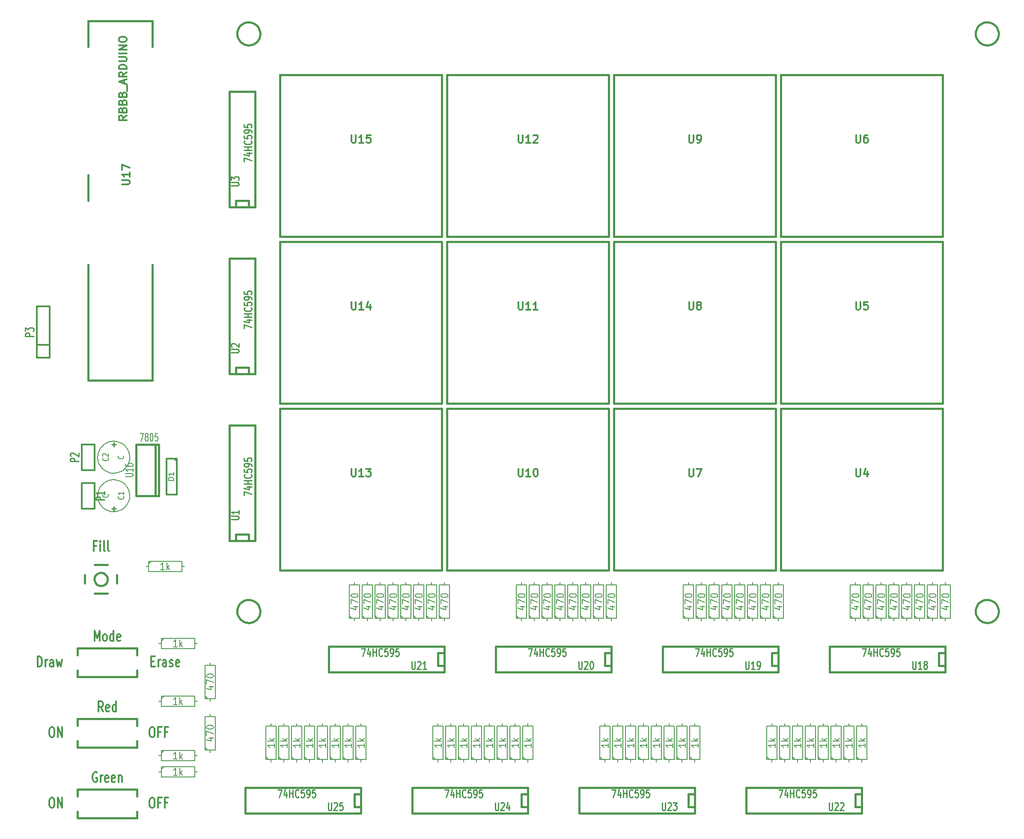
<source format=gto>
G04 (created by PCBNEW-RS274X (2012-01-19 BZR 3256)-stable) date 7/17/2013 11:23:13 AM*
G01*
G70*
G90*
%MOIN*%
G04 Gerber Fmt 3.4, Leading zero omitted, Abs format*
%FSLAX34Y34*%
G04 APERTURE LIST*
%ADD10C,0.006000*%
%ADD11C,0.012000*%
%ADD12C,0.015000*%
%ADD13C,0.008000*%
%ADD14C,0.005000*%
%ADD15C,0.010700*%
%ADD16C,0.011300*%
G04 APERTURE END LIST*
G54D10*
G54D11*
X39129Y-47905D02*
X38929Y-47905D01*
X38929Y-48324D02*
X38929Y-47524D01*
X39215Y-47524D01*
X39443Y-48324D02*
X39443Y-47790D01*
X39443Y-47524D02*
X39414Y-47562D01*
X39443Y-47600D01*
X39471Y-47562D01*
X39443Y-47524D01*
X39443Y-47600D01*
X39815Y-48324D02*
X39757Y-48286D01*
X39729Y-48210D01*
X39729Y-47524D01*
X40129Y-48324D02*
X40071Y-48286D01*
X40043Y-48210D01*
X40043Y-47524D01*
X43415Y-56905D02*
X43615Y-56905D01*
X43701Y-57324D02*
X43415Y-57324D01*
X43415Y-56524D01*
X43701Y-56524D01*
X43958Y-57324D02*
X43958Y-56790D01*
X43958Y-56943D02*
X43986Y-56867D01*
X44015Y-56829D01*
X44072Y-56790D01*
X44129Y-56790D01*
X44586Y-57324D02*
X44586Y-56905D01*
X44557Y-56829D01*
X44500Y-56790D01*
X44386Y-56790D01*
X44329Y-56829D01*
X44586Y-57286D02*
X44529Y-57324D01*
X44386Y-57324D01*
X44329Y-57286D01*
X44300Y-57210D01*
X44300Y-57133D01*
X44329Y-57057D01*
X44386Y-57019D01*
X44529Y-57019D01*
X44586Y-56981D01*
X44843Y-57286D02*
X44900Y-57324D01*
X45015Y-57324D01*
X45072Y-57286D01*
X45100Y-57210D01*
X45100Y-57171D01*
X45072Y-57095D01*
X45015Y-57057D01*
X44929Y-57057D01*
X44872Y-57019D01*
X44843Y-56943D01*
X44843Y-56905D01*
X44872Y-56829D01*
X44929Y-56790D01*
X45015Y-56790D01*
X45072Y-56829D01*
X45586Y-57286D02*
X45529Y-57324D01*
X45415Y-57324D01*
X45358Y-57286D01*
X45329Y-57210D01*
X45329Y-56905D01*
X45358Y-56829D01*
X45415Y-56790D01*
X45529Y-56790D01*
X45586Y-56829D01*
X45615Y-56905D01*
X45615Y-56981D01*
X45329Y-57057D01*
X34572Y-57324D02*
X34572Y-56524D01*
X34715Y-56524D01*
X34800Y-56562D01*
X34858Y-56638D01*
X34886Y-56714D01*
X34915Y-56867D01*
X34915Y-56981D01*
X34886Y-57133D01*
X34858Y-57210D01*
X34800Y-57286D01*
X34715Y-57324D01*
X34572Y-57324D01*
X35172Y-57324D02*
X35172Y-56790D01*
X35172Y-56943D02*
X35200Y-56867D01*
X35229Y-56829D01*
X35286Y-56790D01*
X35343Y-56790D01*
X35800Y-57324D02*
X35800Y-56905D01*
X35771Y-56829D01*
X35714Y-56790D01*
X35600Y-56790D01*
X35543Y-56829D01*
X35800Y-57286D02*
X35743Y-57324D01*
X35600Y-57324D01*
X35543Y-57286D01*
X35514Y-57210D01*
X35514Y-57133D01*
X35543Y-57057D01*
X35600Y-57019D01*
X35743Y-57019D01*
X35800Y-56981D01*
X36029Y-56790D02*
X36143Y-57324D01*
X36257Y-56943D01*
X36372Y-57324D01*
X36486Y-56790D01*
X43429Y-62024D02*
X43543Y-62024D01*
X43601Y-62062D01*
X43658Y-62138D01*
X43686Y-62290D01*
X43686Y-62557D01*
X43658Y-62710D01*
X43601Y-62786D01*
X43543Y-62824D01*
X43429Y-62824D01*
X43372Y-62786D01*
X43315Y-62710D01*
X43286Y-62557D01*
X43286Y-62290D01*
X43315Y-62138D01*
X43372Y-62062D01*
X43429Y-62024D01*
X44144Y-62405D02*
X43944Y-62405D01*
X43944Y-62824D02*
X43944Y-62024D01*
X44230Y-62024D01*
X44658Y-62405D02*
X44458Y-62405D01*
X44458Y-62824D02*
X44458Y-62024D01*
X44744Y-62024D01*
X35628Y-62024D02*
X35742Y-62024D01*
X35800Y-62062D01*
X35857Y-62138D01*
X35885Y-62290D01*
X35885Y-62557D01*
X35857Y-62710D01*
X35800Y-62786D01*
X35742Y-62824D01*
X35628Y-62824D01*
X35571Y-62786D01*
X35514Y-62710D01*
X35485Y-62557D01*
X35485Y-62290D01*
X35514Y-62138D01*
X35571Y-62062D01*
X35628Y-62024D01*
X36143Y-62824D02*
X36143Y-62024D01*
X36486Y-62824D01*
X36486Y-62024D01*
X43429Y-67524D02*
X43543Y-67524D01*
X43601Y-67562D01*
X43658Y-67638D01*
X43686Y-67790D01*
X43686Y-68057D01*
X43658Y-68210D01*
X43601Y-68286D01*
X43543Y-68324D01*
X43429Y-68324D01*
X43372Y-68286D01*
X43315Y-68210D01*
X43286Y-68057D01*
X43286Y-67790D01*
X43315Y-67638D01*
X43372Y-67562D01*
X43429Y-67524D01*
X44144Y-67905D02*
X43944Y-67905D01*
X43944Y-68324D02*
X43944Y-67524D01*
X44230Y-67524D01*
X44658Y-67905D02*
X44458Y-67905D01*
X44458Y-68324D02*
X44458Y-67524D01*
X44744Y-67524D01*
X35628Y-67524D02*
X35742Y-67524D01*
X35800Y-67562D01*
X35857Y-67638D01*
X35885Y-67790D01*
X35885Y-68057D01*
X35857Y-68210D01*
X35800Y-68286D01*
X35742Y-68324D01*
X35628Y-68324D01*
X35571Y-68286D01*
X35514Y-68210D01*
X35485Y-68057D01*
X35485Y-67790D01*
X35514Y-67638D01*
X35571Y-67562D01*
X35628Y-67524D01*
X36143Y-68324D02*
X36143Y-67524D01*
X36486Y-68324D01*
X36486Y-67524D01*
X39000Y-55324D02*
X39000Y-54524D01*
X39200Y-55095D01*
X39400Y-54524D01*
X39400Y-55324D01*
X39772Y-55324D02*
X39714Y-55286D01*
X39686Y-55248D01*
X39657Y-55171D01*
X39657Y-54943D01*
X39686Y-54867D01*
X39714Y-54829D01*
X39772Y-54790D01*
X39857Y-54790D01*
X39914Y-54829D01*
X39943Y-54867D01*
X39972Y-54943D01*
X39972Y-55171D01*
X39943Y-55248D01*
X39914Y-55286D01*
X39857Y-55324D01*
X39772Y-55324D01*
X40486Y-55324D02*
X40486Y-54524D01*
X40486Y-55286D02*
X40429Y-55324D01*
X40315Y-55324D01*
X40257Y-55286D01*
X40229Y-55248D01*
X40200Y-55171D01*
X40200Y-54943D01*
X40229Y-54867D01*
X40257Y-54829D01*
X40315Y-54790D01*
X40429Y-54790D01*
X40486Y-54829D01*
X41000Y-55286D02*
X40943Y-55324D01*
X40829Y-55324D01*
X40772Y-55286D01*
X40743Y-55210D01*
X40743Y-54905D01*
X40772Y-54829D01*
X40829Y-54790D01*
X40943Y-54790D01*
X41000Y-54829D01*
X41029Y-54905D01*
X41029Y-54981D01*
X40743Y-55057D01*
X39658Y-60824D02*
X39458Y-60443D01*
X39315Y-60824D02*
X39315Y-60024D01*
X39543Y-60024D01*
X39601Y-60062D01*
X39629Y-60100D01*
X39658Y-60176D01*
X39658Y-60290D01*
X39629Y-60367D01*
X39601Y-60405D01*
X39543Y-60443D01*
X39315Y-60443D01*
X40143Y-60786D02*
X40086Y-60824D01*
X39972Y-60824D01*
X39915Y-60786D01*
X39886Y-60710D01*
X39886Y-60405D01*
X39915Y-60329D01*
X39972Y-60290D01*
X40086Y-60290D01*
X40143Y-60329D01*
X40172Y-60405D01*
X40172Y-60481D01*
X39886Y-60557D01*
X40686Y-60824D02*
X40686Y-60024D01*
X40686Y-60786D02*
X40629Y-60824D01*
X40515Y-60824D01*
X40457Y-60786D01*
X40429Y-60748D01*
X40400Y-60671D01*
X40400Y-60443D01*
X40429Y-60367D01*
X40457Y-60329D01*
X40515Y-60290D01*
X40629Y-60290D01*
X40686Y-60329D01*
X39186Y-65562D02*
X39129Y-65524D01*
X39043Y-65524D01*
X38958Y-65562D01*
X38900Y-65638D01*
X38872Y-65714D01*
X38843Y-65867D01*
X38843Y-65981D01*
X38872Y-66133D01*
X38900Y-66210D01*
X38958Y-66286D01*
X39043Y-66324D01*
X39100Y-66324D01*
X39186Y-66286D01*
X39215Y-66248D01*
X39215Y-65981D01*
X39100Y-65981D01*
X39472Y-66324D02*
X39472Y-65790D01*
X39472Y-65943D02*
X39500Y-65867D01*
X39529Y-65829D01*
X39586Y-65790D01*
X39643Y-65790D01*
X40071Y-66286D02*
X40014Y-66324D01*
X39900Y-66324D01*
X39843Y-66286D01*
X39814Y-66210D01*
X39814Y-65905D01*
X39843Y-65829D01*
X39900Y-65790D01*
X40014Y-65790D01*
X40071Y-65829D01*
X40100Y-65905D01*
X40100Y-65981D01*
X39814Y-66057D01*
X40585Y-66286D02*
X40528Y-66324D01*
X40414Y-66324D01*
X40357Y-66286D01*
X40328Y-66210D01*
X40328Y-65905D01*
X40357Y-65829D01*
X40414Y-65790D01*
X40528Y-65790D01*
X40585Y-65829D01*
X40614Y-65905D01*
X40614Y-65981D01*
X40328Y-66057D01*
X40871Y-65790D02*
X40871Y-66324D01*
X40871Y-65867D02*
X40899Y-65829D01*
X40957Y-65790D01*
X41042Y-65790D01*
X41099Y-65829D01*
X41128Y-65905D01*
X41128Y-66324D01*
G54D12*
X109400Y-53000D02*
X109382Y-53174D01*
X109332Y-53342D01*
X109249Y-53498D01*
X109138Y-53634D01*
X109003Y-53746D01*
X108848Y-53829D01*
X108680Y-53881D01*
X108506Y-53899D01*
X108332Y-53884D01*
X108163Y-53834D01*
X108008Y-53753D01*
X107871Y-53643D01*
X107758Y-53508D01*
X107673Y-53354D01*
X107620Y-53187D01*
X107601Y-53012D01*
X107615Y-52838D01*
X107664Y-52669D01*
X107744Y-52513D01*
X107853Y-52375D01*
X107987Y-52261D01*
X108140Y-52176D01*
X108307Y-52121D01*
X108482Y-52101D01*
X108656Y-52114D01*
X108825Y-52161D01*
X108982Y-52241D01*
X109120Y-52349D01*
X109235Y-52482D01*
X109322Y-52634D01*
X109377Y-52801D01*
X109399Y-52975D01*
X109400Y-53000D01*
X109400Y-08000D02*
X109382Y-08174D01*
X109332Y-08342D01*
X109249Y-08498D01*
X109138Y-08634D01*
X109003Y-08746D01*
X108848Y-08829D01*
X108680Y-08881D01*
X108506Y-08899D01*
X108332Y-08884D01*
X108163Y-08834D01*
X108008Y-08753D01*
X107871Y-08643D01*
X107758Y-08508D01*
X107673Y-08354D01*
X107620Y-08187D01*
X107601Y-08012D01*
X107615Y-07838D01*
X107664Y-07669D01*
X107744Y-07513D01*
X107853Y-07375D01*
X107987Y-07261D01*
X108140Y-07176D01*
X108307Y-07121D01*
X108482Y-07101D01*
X108656Y-07114D01*
X108825Y-07161D01*
X108982Y-07241D01*
X109120Y-07349D01*
X109235Y-07482D01*
X109322Y-07634D01*
X109377Y-07801D01*
X109399Y-07975D01*
X109400Y-08000D01*
G54D11*
X39000Y-42000D02*
X38000Y-42000D01*
X38000Y-42000D02*
X38000Y-40000D01*
X38000Y-40000D02*
X39000Y-40000D01*
X39000Y-40000D02*
X39000Y-42000D01*
X38000Y-43000D02*
X39000Y-43000D01*
X39000Y-43000D02*
X39000Y-45000D01*
X39000Y-45000D02*
X38000Y-45000D01*
X38000Y-45000D02*
X38000Y-43000D01*
G54D12*
X53450Y-11200D02*
X53450Y-23800D01*
X66050Y-23800D02*
X53450Y-23800D01*
X66050Y-23800D02*
X66050Y-11200D01*
X66050Y-11200D02*
X53450Y-11200D01*
X53450Y-24200D02*
X53450Y-36800D01*
X66050Y-36800D02*
X53450Y-36800D01*
X66050Y-36800D02*
X66050Y-24200D01*
X66050Y-24200D02*
X53450Y-24200D01*
X53450Y-37200D02*
X53450Y-49800D01*
X66050Y-49800D02*
X53450Y-49800D01*
X66050Y-49800D02*
X66050Y-37200D01*
X66050Y-37200D02*
X53450Y-37200D01*
X66450Y-11200D02*
X66450Y-23800D01*
X79050Y-23800D02*
X66450Y-23800D01*
X79050Y-23800D02*
X79050Y-11200D01*
X79050Y-11200D02*
X66450Y-11200D01*
X66450Y-24200D02*
X66450Y-36800D01*
X79050Y-36800D02*
X66450Y-36800D01*
X79050Y-36800D02*
X79050Y-24200D01*
X79050Y-24200D02*
X66450Y-24200D01*
X66450Y-37200D02*
X66450Y-49800D01*
X79050Y-49800D02*
X66450Y-49800D01*
X79050Y-49800D02*
X79050Y-37200D01*
X79050Y-37200D02*
X66450Y-37200D01*
X79450Y-11200D02*
X79450Y-23800D01*
X92050Y-23800D02*
X79450Y-23800D01*
X92050Y-23800D02*
X92050Y-11200D01*
X92050Y-11200D02*
X79450Y-11200D01*
X79450Y-24200D02*
X79450Y-36800D01*
X92050Y-36800D02*
X79450Y-36800D01*
X92050Y-36800D02*
X92050Y-24200D01*
X92050Y-24200D02*
X79450Y-24200D01*
X79450Y-37200D02*
X79450Y-49800D01*
X92050Y-49800D02*
X79450Y-49800D01*
X92050Y-49800D02*
X92050Y-37200D01*
X92050Y-37200D02*
X79450Y-37200D01*
X92450Y-11200D02*
X92450Y-23800D01*
X105050Y-23800D02*
X92450Y-23800D01*
X105050Y-23800D02*
X105050Y-11200D01*
X105050Y-11200D02*
X92450Y-11200D01*
X92450Y-24200D02*
X92450Y-36800D01*
X105050Y-36800D02*
X92450Y-36800D01*
X105050Y-36800D02*
X105050Y-24200D01*
X105050Y-24200D02*
X92450Y-24200D01*
X92450Y-37200D02*
X92450Y-49800D01*
X105050Y-49800D02*
X92450Y-49800D01*
X105050Y-49800D02*
X105050Y-37200D01*
X105050Y-37200D02*
X92450Y-37200D01*
X50000Y-21500D02*
X50000Y-21500D01*
X50000Y-21500D02*
X50000Y-21000D01*
X50000Y-21000D02*
X51000Y-21000D01*
X51000Y-21000D02*
X51000Y-21500D01*
X49500Y-21500D02*
X49500Y-12500D01*
X49500Y-12500D02*
X51500Y-12500D01*
X51500Y-12500D02*
X51500Y-21500D01*
X51500Y-21500D02*
X49500Y-21500D01*
X50000Y-34500D02*
X50000Y-34500D01*
X50000Y-34500D02*
X50000Y-34000D01*
X50000Y-34000D02*
X51000Y-34000D01*
X51000Y-34000D02*
X51000Y-34500D01*
X49500Y-34500D02*
X49500Y-25500D01*
X49500Y-25500D02*
X51500Y-25500D01*
X51500Y-25500D02*
X51500Y-34500D01*
X51500Y-34500D02*
X49500Y-34500D01*
X50000Y-47500D02*
X50000Y-47500D01*
X50000Y-47500D02*
X50000Y-47000D01*
X50000Y-47000D02*
X51000Y-47000D01*
X51000Y-47000D02*
X51000Y-47500D01*
X49500Y-47500D02*
X49500Y-38500D01*
X49500Y-38500D02*
X51500Y-38500D01*
X51500Y-38500D02*
X51500Y-47500D01*
X51500Y-47500D02*
X49500Y-47500D01*
X43750Y-40000D02*
X44000Y-40000D01*
X44000Y-40000D02*
X44000Y-44000D01*
X44000Y-44000D02*
X43750Y-44000D01*
X42250Y-40000D02*
X43750Y-40000D01*
X43750Y-40000D02*
X43750Y-44000D01*
X43750Y-44000D02*
X42250Y-44000D01*
X42250Y-44000D02*
X42250Y-40000D01*
G54D13*
X65250Y-53750D02*
X65250Y-53550D01*
X65250Y-50750D02*
X65250Y-50950D01*
X65250Y-50950D02*
X64850Y-50950D01*
X64850Y-50950D02*
X64850Y-53550D01*
X64850Y-53550D02*
X65650Y-53550D01*
X65650Y-53550D02*
X65650Y-50950D01*
X65650Y-50950D02*
X65250Y-50950D01*
X65050Y-53550D02*
X64850Y-53350D01*
X73250Y-53750D02*
X73250Y-53550D01*
X73250Y-50750D02*
X73250Y-50950D01*
X73250Y-50950D02*
X72850Y-50950D01*
X72850Y-50950D02*
X72850Y-53550D01*
X72850Y-53550D02*
X73650Y-53550D01*
X73650Y-53550D02*
X73650Y-50950D01*
X73650Y-50950D02*
X73250Y-50950D01*
X73050Y-53550D02*
X72850Y-53350D01*
X72250Y-53750D02*
X72250Y-53550D01*
X72250Y-50750D02*
X72250Y-50950D01*
X72250Y-50950D02*
X71850Y-50950D01*
X71850Y-50950D02*
X71850Y-53550D01*
X71850Y-53550D02*
X72650Y-53550D01*
X72650Y-53550D02*
X72650Y-50950D01*
X72650Y-50950D02*
X72250Y-50950D01*
X72050Y-53550D02*
X71850Y-53350D01*
X74250Y-53750D02*
X74250Y-53550D01*
X74250Y-50750D02*
X74250Y-50950D01*
X74250Y-50950D02*
X73850Y-50950D01*
X73850Y-50950D02*
X73850Y-53550D01*
X73850Y-53550D02*
X74650Y-53550D01*
X74650Y-53550D02*
X74650Y-50950D01*
X74650Y-50950D02*
X74250Y-50950D01*
X74050Y-53550D02*
X73850Y-53350D01*
X75250Y-53750D02*
X75250Y-53550D01*
X75250Y-50750D02*
X75250Y-50950D01*
X75250Y-50950D02*
X74850Y-50950D01*
X74850Y-50950D02*
X74850Y-53550D01*
X74850Y-53550D02*
X75650Y-53550D01*
X75650Y-53550D02*
X75650Y-50950D01*
X75650Y-50950D02*
X75250Y-50950D01*
X75050Y-53550D02*
X74850Y-53350D01*
X62250Y-53750D02*
X62250Y-53550D01*
X62250Y-50750D02*
X62250Y-50950D01*
X62250Y-50950D02*
X61850Y-50950D01*
X61850Y-50950D02*
X61850Y-53550D01*
X61850Y-53550D02*
X62650Y-53550D01*
X62650Y-53550D02*
X62650Y-50950D01*
X62650Y-50950D02*
X62250Y-50950D01*
X62050Y-53550D02*
X61850Y-53350D01*
X61250Y-53750D02*
X61250Y-53550D01*
X61250Y-50750D02*
X61250Y-50950D01*
X61250Y-50950D02*
X60850Y-50950D01*
X60850Y-50950D02*
X60850Y-53550D01*
X60850Y-53550D02*
X61650Y-53550D01*
X61650Y-53550D02*
X61650Y-50950D01*
X61650Y-50950D02*
X61250Y-50950D01*
X61050Y-53550D02*
X60850Y-53350D01*
X59250Y-53750D02*
X59250Y-53550D01*
X59250Y-50750D02*
X59250Y-50950D01*
X59250Y-50950D02*
X58850Y-50950D01*
X58850Y-50950D02*
X58850Y-53550D01*
X58850Y-53550D02*
X59650Y-53550D01*
X59650Y-53550D02*
X59650Y-50950D01*
X59650Y-50950D02*
X59250Y-50950D01*
X59050Y-53550D02*
X58850Y-53350D01*
X60250Y-53750D02*
X60250Y-53550D01*
X60250Y-50750D02*
X60250Y-50950D01*
X60250Y-50950D02*
X59850Y-50950D01*
X59850Y-50950D02*
X59850Y-53550D01*
X59850Y-53550D02*
X60650Y-53550D01*
X60650Y-53550D02*
X60650Y-50950D01*
X60650Y-50950D02*
X60250Y-50950D01*
X60050Y-53550D02*
X59850Y-53350D01*
X64250Y-53750D02*
X64250Y-53550D01*
X64250Y-50750D02*
X64250Y-50950D01*
X64250Y-50950D02*
X63850Y-50950D01*
X63850Y-50950D02*
X63850Y-53550D01*
X63850Y-53550D02*
X64650Y-53550D01*
X64650Y-53550D02*
X64650Y-50950D01*
X64650Y-50950D02*
X64250Y-50950D01*
X64050Y-53550D02*
X63850Y-53350D01*
X63250Y-53750D02*
X63250Y-53550D01*
X63250Y-50750D02*
X63250Y-50950D01*
X63250Y-50950D02*
X62850Y-50950D01*
X62850Y-50950D02*
X62850Y-53550D01*
X62850Y-53550D02*
X63650Y-53550D01*
X63650Y-53550D02*
X63650Y-50950D01*
X63650Y-50950D02*
X63250Y-50950D01*
X63050Y-53550D02*
X62850Y-53350D01*
X76250Y-53750D02*
X76250Y-53550D01*
X76250Y-50750D02*
X76250Y-50950D01*
X76250Y-50950D02*
X75850Y-50950D01*
X75850Y-50950D02*
X75850Y-53550D01*
X75850Y-53550D02*
X76650Y-53550D01*
X76650Y-53550D02*
X76650Y-50950D01*
X76650Y-50950D02*
X76250Y-50950D01*
X76050Y-53550D02*
X75850Y-53350D01*
X66250Y-53750D02*
X66250Y-53550D01*
X66250Y-50750D02*
X66250Y-50950D01*
X66250Y-50950D02*
X65850Y-50950D01*
X65850Y-50950D02*
X65850Y-53550D01*
X65850Y-53550D02*
X66650Y-53550D01*
X66650Y-53550D02*
X66650Y-50950D01*
X66650Y-50950D02*
X66250Y-50950D01*
X66050Y-53550D02*
X65850Y-53350D01*
X94750Y-64750D02*
X94750Y-64550D01*
X94750Y-61750D02*
X94750Y-61950D01*
X94750Y-61950D02*
X94350Y-61950D01*
X94350Y-61950D02*
X94350Y-64550D01*
X94350Y-64550D02*
X95150Y-64550D01*
X95150Y-64550D02*
X95150Y-61950D01*
X95150Y-61950D02*
X94750Y-61950D01*
X94550Y-64550D02*
X94350Y-64350D01*
X93750Y-64750D02*
X93750Y-64550D01*
X93750Y-61750D02*
X93750Y-61950D01*
X93750Y-61950D02*
X93350Y-61950D01*
X93350Y-61950D02*
X93350Y-64550D01*
X93350Y-64550D02*
X94150Y-64550D01*
X94150Y-64550D02*
X94150Y-61950D01*
X94150Y-61950D02*
X93750Y-61950D01*
X93550Y-64550D02*
X93350Y-64350D01*
X91750Y-64750D02*
X91750Y-64550D01*
X91750Y-61750D02*
X91750Y-61950D01*
X91750Y-61950D02*
X91350Y-61950D01*
X91350Y-61950D02*
X91350Y-64550D01*
X91350Y-64550D02*
X92150Y-64550D01*
X92150Y-64550D02*
X92150Y-61950D01*
X92150Y-61950D02*
X91750Y-61950D01*
X91550Y-64550D02*
X91350Y-64350D01*
X92750Y-64750D02*
X92750Y-64550D01*
X92750Y-61750D02*
X92750Y-61950D01*
X92750Y-61950D02*
X92350Y-61950D01*
X92350Y-61950D02*
X92350Y-64550D01*
X92350Y-64550D02*
X93150Y-64550D01*
X93150Y-64550D02*
X93150Y-61950D01*
X93150Y-61950D02*
X92750Y-61950D01*
X92550Y-64550D02*
X92350Y-64350D01*
X96750Y-64750D02*
X96750Y-64550D01*
X96750Y-61750D02*
X96750Y-61950D01*
X96750Y-61950D02*
X96350Y-61950D01*
X96350Y-61950D02*
X96350Y-64550D01*
X96350Y-64550D02*
X97150Y-64550D01*
X97150Y-64550D02*
X97150Y-61950D01*
X97150Y-61950D02*
X96750Y-61950D01*
X96550Y-64550D02*
X96350Y-64350D01*
X95750Y-64750D02*
X95750Y-64550D01*
X95750Y-61750D02*
X95750Y-61950D01*
X95750Y-61950D02*
X95350Y-61950D01*
X95350Y-61950D02*
X95350Y-64550D01*
X95350Y-64550D02*
X96150Y-64550D01*
X96150Y-64550D02*
X96150Y-61950D01*
X96150Y-61950D02*
X95750Y-61950D01*
X95550Y-64550D02*
X95350Y-64350D01*
X97750Y-64750D02*
X97750Y-64550D01*
X97750Y-61750D02*
X97750Y-61950D01*
X97750Y-61950D02*
X97350Y-61950D01*
X97350Y-61950D02*
X97350Y-64550D01*
X97350Y-64550D02*
X98150Y-64550D01*
X98150Y-64550D02*
X98150Y-61950D01*
X98150Y-61950D02*
X97750Y-61950D01*
X97550Y-64550D02*
X97350Y-64350D01*
X87250Y-53750D02*
X87250Y-53550D01*
X87250Y-50750D02*
X87250Y-50950D01*
X87250Y-50950D02*
X86850Y-50950D01*
X86850Y-50950D02*
X86850Y-53550D01*
X86850Y-53550D02*
X87650Y-53550D01*
X87650Y-53550D02*
X87650Y-50950D01*
X87650Y-50950D02*
X87250Y-50950D01*
X87050Y-53550D02*
X86850Y-53350D01*
X105250Y-53750D02*
X105250Y-53550D01*
X105250Y-50750D02*
X105250Y-50950D01*
X105250Y-50950D02*
X104850Y-50950D01*
X104850Y-50950D02*
X104850Y-53550D01*
X104850Y-53550D02*
X105650Y-53550D01*
X105650Y-53550D02*
X105650Y-50950D01*
X105650Y-50950D02*
X105250Y-50950D01*
X105050Y-53550D02*
X104850Y-53350D01*
X104250Y-53750D02*
X104250Y-53550D01*
X104250Y-50750D02*
X104250Y-50950D01*
X104250Y-50950D02*
X103850Y-50950D01*
X103850Y-50950D02*
X103850Y-53550D01*
X103850Y-53550D02*
X104650Y-53550D01*
X104650Y-53550D02*
X104650Y-50950D01*
X104650Y-50950D02*
X104250Y-50950D01*
X104050Y-53550D02*
X103850Y-53350D01*
X102250Y-53750D02*
X102250Y-53550D01*
X102250Y-50750D02*
X102250Y-50950D01*
X102250Y-50950D02*
X101850Y-50950D01*
X101850Y-50950D02*
X101850Y-53550D01*
X101850Y-53550D02*
X102650Y-53550D01*
X102650Y-53550D02*
X102650Y-50950D01*
X102650Y-50950D02*
X102250Y-50950D01*
X102050Y-53550D02*
X101850Y-53350D01*
X103250Y-53750D02*
X103250Y-53550D01*
X103250Y-50750D02*
X103250Y-50950D01*
X103250Y-50950D02*
X102850Y-50950D01*
X102850Y-50950D02*
X102850Y-53550D01*
X102850Y-53550D02*
X103650Y-53550D01*
X103650Y-53550D02*
X103650Y-50950D01*
X103650Y-50950D02*
X103250Y-50950D01*
X103050Y-53550D02*
X102850Y-53350D01*
X99250Y-53750D02*
X99250Y-53550D01*
X99250Y-50750D02*
X99250Y-50950D01*
X99250Y-50950D02*
X98850Y-50950D01*
X98850Y-50950D02*
X98850Y-53550D01*
X98850Y-53550D02*
X99650Y-53550D01*
X99650Y-53550D02*
X99650Y-50950D01*
X99650Y-50950D02*
X99250Y-50950D01*
X99050Y-53550D02*
X98850Y-53350D01*
X98250Y-53750D02*
X98250Y-53550D01*
X98250Y-50750D02*
X98250Y-50950D01*
X98250Y-50950D02*
X97850Y-50950D01*
X97850Y-50950D02*
X97850Y-53550D01*
X97850Y-53550D02*
X98650Y-53550D01*
X98650Y-53550D02*
X98650Y-50950D01*
X98650Y-50950D02*
X98250Y-50950D01*
X98050Y-53550D02*
X97850Y-53350D01*
X100250Y-53750D02*
X100250Y-53550D01*
X100250Y-50750D02*
X100250Y-50950D01*
X100250Y-50950D02*
X99850Y-50950D01*
X99850Y-50950D02*
X99850Y-53550D01*
X99850Y-53550D02*
X100650Y-53550D01*
X100650Y-53550D02*
X100650Y-50950D01*
X100650Y-50950D02*
X100250Y-50950D01*
X100050Y-53550D02*
X99850Y-53350D01*
X101250Y-53750D02*
X101250Y-53550D01*
X101250Y-50750D02*
X101250Y-50950D01*
X101250Y-50950D02*
X100850Y-50950D01*
X100850Y-50950D02*
X100850Y-53550D01*
X100850Y-53550D02*
X101650Y-53550D01*
X101650Y-53550D02*
X101650Y-50950D01*
X101650Y-50950D02*
X101250Y-50950D01*
X101050Y-53550D02*
X100850Y-53350D01*
X88250Y-53750D02*
X88250Y-53550D01*
X88250Y-50750D02*
X88250Y-50950D01*
X88250Y-50950D02*
X87850Y-50950D01*
X87850Y-50950D02*
X87850Y-53550D01*
X87850Y-53550D02*
X88650Y-53550D01*
X88650Y-53550D02*
X88650Y-50950D01*
X88650Y-50950D02*
X88250Y-50950D01*
X88050Y-53550D02*
X87850Y-53350D01*
X77250Y-53750D02*
X77250Y-53550D01*
X77250Y-50750D02*
X77250Y-50950D01*
X77250Y-50950D02*
X76850Y-50950D01*
X76850Y-50950D02*
X76850Y-53550D01*
X76850Y-53550D02*
X77650Y-53550D01*
X77650Y-53550D02*
X77650Y-50950D01*
X77650Y-50950D02*
X77250Y-50950D01*
X77050Y-53550D02*
X76850Y-53350D01*
X85250Y-53750D02*
X85250Y-53550D01*
X85250Y-50750D02*
X85250Y-50950D01*
X85250Y-50950D02*
X84850Y-50950D01*
X84850Y-50950D02*
X84850Y-53550D01*
X84850Y-53550D02*
X85650Y-53550D01*
X85650Y-53550D02*
X85650Y-50950D01*
X85650Y-50950D02*
X85250Y-50950D01*
X85050Y-53550D02*
X84850Y-53350D01*
X86250Y-53750D02*
X86250Y-53550D01*
X86250Y-50750D02*
X86250Y-50950D01*
X86250Y-50950D02*
X85850Y-50950D01*
X85850Y-50950D02*
X85850Y-53550D01*
X85850Y-53550D02*
X86650Y-53550D01*
X86650Y-53550D02*
X86650Y-50950D01*
X86650Y-50950D02*
X86250Y-50950D01*
X86050Y-53550D02*
X85850Y-53350D01*
X90250Y-53750D02*
X90250Y-53550D01*
X90250Y-50750D02*
X90250Y-50950D01*
X90250Y-50950D02*
X89850Y-50950D01*
X89850Y-50950D02*
X89850Y-53550D01*
X89850Y-53550D02*
X90650Y-53550D01*
X90650Y-53550D02*
X90650Y-50950D01*
X90650Y-50950D02*
X90250Y-50950D01*
X90050Y-53550D02*
X89850Y-53350D01*
X89250Y-53750D02*
X89250Y-53550D01*
X89250Y-50750D02*
X89250Y-50950D01*
X89250Y-50950D02*
X88850Y-50950D01*
X88850Y-50950D02*
X88850Y-53550D01*
X88850Y-53550D02*
X89650Y-53550D01*
X89650Y-53550D02*
X89650Y-50950D01*
X89650Y-50950D02*
X89250Y-50950D01*
X89050Y-53550D02*
X88850Y-53350D01*
X91250Y-53750D02*
X91250Y-53550D01*
X91250Y-50750D02*
X91250Y-50950D01*
X91250Y-50950D02*
X90850Y-50950D01*
X90850Y-50950D02*
X90850Y-53550D01*
X90850Y-53550D02*
X91650Y-53550D01*
X91650Y-53550D02*
X91650Y-50950D01*
X91650Y-50950D02*
X91250Y-50950D01*
X91050Y-53550D02*
X90850Y-53350D01*
X92250Y-53750D02*
X92250Y-53550D01*
X92250Y-50750D02*
X92250Y-50950D01*
X92250Y-50950D02*
X91850Y-50950D01*
X91850Y-50950D02*
X91850Y-53550D01*
X91850Y-53550D02*
X92650Y-53550D01*
X92650Y-53550D02*
X92650Y-50950D01*
X92650Y-50950D02*
X92250Y-50950D01*
X92050Y-53550D02*
X91850Y-53350D01*
X79250Y-53750D02*
X79250Y-53550D01*
X79250Y-50750D02*
X79250Y-50950D01*
X79250Y-50950D02*
X78850Y-50950D01*
X78850Y-50950D02*
X78850Y-53550D01*
X78850Y-53550D02*
X79650Y-53550D01*
X79650Y-53550D02*
X79650Y-50950D01*
X79650Y-50950D02*
X79250Y-50950D01*
X79050Y-53550D02*
X78850Y-53350D01*
X78250Y-53750D02*
X78250Y-53550D01*
X78250Y-50750D02*
X78250Y-50950D01*
X78250Y-50950D02*
X77850Y-50950D01*
X77850Y-50950D02*
X77850Y-53550D01*
X77850Y-53550D02*
X78650Y-53550D01*
X78650Y-53550D02*
X78650Y-50950D01*
X78650Y-50950D02*
X78250Y-50950D01*
X78050Y-53550D02*
X77850Y-53350D01*
X85750Y-64750D02*
X85750Y-64550D01*
X85750Y-61750D02*
X85750Y-61950D01*
X85750Y-61950D02*
X85350Y-61950D01*
X85350Y-61950D02*
X85350Y-64550D01*
X85350Y-64550D02*
X86150Y-64550D01*
X86150Y-64550D02*
X86150Y-61950D01*
X86150Y-61950D02*
X85750Y-61950D01*
X85550Y-64550D02*
X85350Y-64350D01*
X98750Y-64750D02*
X98750Y-64550D01*
X98750Y-61750D02*
X98750Y-61950D01*
X98750Y-61950D02*
X98350Y-61950D01*
X98350Y-61950D02*
X98350Y-64550D01*
X98350Y-64550D02*
X99150Y-64550D01*
X99150Y-64550D02*
X99150Y-61950D01*
X99150Y-61950D02*
X98750Y-61950D01*
X98550Y-64550D02*
X98350Y-64350D01*
X43000Y-49500D02*
X43200Y-49500D01*
X46000Y-49500D02*
X45800Y-49500D01*
X45800Y-49500D02*
X45800Y-49100D01*
X45800Y-49100D02*
X43200Y-49100D01*
X43200Y-49100D02*
X43200Y-49900D01*
X43200Y-49900D02*
X45800Y-49900D01*
X45800Y-49900D02*
X45800Y-49500D01*
X43200Y-49300D02*
X43400Y-49100D01*
X44000Y-55500D02*
X44200Y-55500D01*
X47000Y-55500D02*
X46800Y-55500D01*
X46800Y-55500D02*
X46800Y-55100D01*
X46800Y-55100D02*
X44200Y-55100D01*
X44200Y-55100D02*
X44200Y-55900D01*
X44200Y-55900D02*
X46800Y-55900D01*
X46800Y-55900D02*
X46800Y-55500D01*
X44200Y-55300D02*
X44400Y-55100D01*
X48000Y-60000D02*
X48000Y-59800D01*
X48000Y-57000D02*
X48000Y-57200D01*
X48000Y-57200D02*
X47600Y-57200D01*
X47600Y-57200D02*
X47600Y-59800D01*
X47600Y-59800D02*
X48400Y-59800D01*
X48400Y-59800D02*
X48400Y-57200D01*
X48400Y-57200D02*
X48000Y-57200D01*
X47800Y-59800D02*
X47600Y-59600D01*
X44000Y-60000D02*
X44200Y-60000D01*
X47000Y-60000D02*
X46800Y-60000D01*
X46800Y-60000D02*
X46800Y-59600D01*
X46800Y-59600D02*
X44200Y-59600D01*
X44200Y-59600D02*
X44200Y-60400D01*
X44200Y-60400D02*
X46800Y-60400D01*
X46800Y-60400D02*
X46800Y-60000D01*
X44200Y-59800D02*
X44400Y-59600D01*
X48000Y-64000D02*
X48000Y-63800D01*
X48000Y-61000D02*
X48000Y-61200D01*
X48000Y-61200D02*
X47600Y-61200D01*
X47600Y-61200D02*
X47600Y-63800D01*
X47600Y-63800D02*
X48400Y-63800D01*
X48400Y-63800D02*
X48400Y-61200D01*
X48400Y-61200D02*
X48000Y-61200D01*
X47800Y-63800D02*
X47600Y-63600D01*
X44000Y-64250D02*
X44200Y-64250D01*
X47000Y-64250D02*
X46800Y-64250D01*
X46800Y-64250D02*
X46800Y-63850D01*
X46800Y-63850D02*
X44200Y-63850D01*
X44200Y-63850D02*
X44200Y-64650D01*
X44200Y-64650D02*
X46800Y-64650D01*
X46800Y-64650D02*
X46800Y-64250D01*
X44200Y-64050D02*
X44400Y-63850D01*
X44000Y-65500D02*
X44200Y-65500D01*
X47000Y-65500D02*
X46800Y-65500D01*
X46800Y-65500D02*
X46800Y-65100D01*
X46800Y-65100D02*
X44200Y-65100D01*
X44200Y-65100D02*
X44200Y-65900D01*
X44200Y-65900D02*
X46800Y-65900D01*
X46800Y-65900D02*
X46800Y-65500D01*
X44200Y-65300D02*
X44400Y-65100D01*
X59750Y-64750D02*
X59750Y-64550D01*
X59750Y-61750D02*
X59750Y-61950D01*
X59750Y-61950D02*
X59350Y-61950D01*
X59350Y-61950D02*
X59350Y-64550D01*
X59350Y-64550D02*
X60150Y-64550D01*
X60150Y-64550D02*
X60150Y-61950D01*
X60150Y-61950D02*
X59750Y-61950D01*
X59550Y-64550D02*
X59350Y-64350D01*
X58750Y-64750D02*
X58750Y-64550D01*
X58750Y-61750D02*
X58750Y-61950D01*
X58750Y-61950D02*
X58350Y-61950D01*
X58350Y-61950D02*
X58350Y-64550D01*
X58350Y-64550D02*
X59150Y-64550D01*
X59150Y-64550D02*
X59150Y-61950D01*
X59150Y-61950D02*
X58750Y-61950D01*
X58550Y-64550D02*
X58350Y-64350D01*
X56750Y-64750D02*
X56750Y-64550D01*
X56750Y-61750D02*
X56750Y-61950D01*
X56750Y-61950D02*
X56350Y-61950D01*
X56350Y-61950D02*
X56350Y-64550D01*
X56350Y-64550D02*
X57150Y-64550D01*
X57150Y-64550D02*
X57150Y-61950D01*
X57150Y-61950D02*
X56750Y-61950D01*
X56550Y-64550D02*
X56350Y-64350D01*
X57750Y-64750D02*
X57750Y-64550D01*
X57750Y-61750D02*
X57750Y-61950D01*
X57750Y-61950D02*
X57350Y-61950D01*
X57350Y-61950D02*
X57350Y-64550D01*
X57350Y-64550D02*
X58150Y-64550D01*
X58150Y-64550D02*
X58150Y-61950D01*
X58150Y-61950D02*
X57750Y-61950D01*
X57550Y-64550D02*
X57350Y-64350D01*
X53750Y-64750D02*
X53750Y-64550D01*
X53750Y-61750D02*
X53750Y-61950D01*
X53750Y-61950D02*
X53350Y-61950D01*
X53350Y-61950D02*
X53350Y-64550D01*
X53350Y-64550D02*
X54150Y-64550D01*
X54150Y-64550D02*
X54150Y-61950D01*
X54150Y-61950D02*
X53750Y-61950D01*
X53550Y-64550D02*
X53350Y-64350D01*
X52750Y-64750D02*
X52750Y-64550D01*
X52750Y-61750D02*
X52750Y-61950D01*
X52750Y-61950D02*
X52350Y-61950D01*
X52350Y-61950D02*
X52350Y-64550D01*
X52350Y-64550D02*
X53150Y-64550D01*
X53150Y-64550D02*
X53150Y-61950D01*
X53150Y-61950D02*
X52750Y-61950D01*
X52550Y-64550D02*
X52350Y-64350D01*
X54750Y-64750D02*
X54750Y-64550D01*
X54750Y-61750D02*
X54750Y-61950D01*
X54750Y-61950D02*
X54350Y-61950D01*
X54350Y-61950D02*
X54350Y-64550D01*
X54350Y-64550D02*
X55150Y-64550D01*
X55150Y-64550D02*
X55150Y-61950D01*
X55150Y-61950D02*
X54750Y-61950D01*
X54550Y-64550D02*
X54350Y-64350D01*
X55750Y-64750D02*
X55750Y-64550D01*
X55750Y-61750D02*
X55750Y-61950D01*
X55750Y-61950D02*
X55350Y-61950D01*
X55350Y-61950D02*
X55350Y-64550D01*
X55350Y-64550D02*
X56150Y-64550D01*
X56150Y-64550D02*
X56150Y-61950D01*
X56150Y-61950D02*
X55750Y-61950D01*
X55550Y-64550D02*
X55350Y-64350D01*
X68750Y-64750D02*
X68750Y-64550D01*
X68750Y-61750D02*
X68750Y-61950D01*
X68750Y-61950D02*
X68350Y-61950D01*
X68350Y-61950D02*
X68350Y-64550D01*
X68350Y-64550D02*
X69150Y-64550D01*
X69150Y-64550D02*
X69150Y-61950D01*
X69150Y-61950D02*
X68750Y-61950D01*
X68550Y-64550D02*
X68350Y-64350D01*
X84750Y-64750D02*
X84750Y-64550D01*
X84750Y-61750D02*
X84750Y-61950D01*
X84750Y-61950D02*
X84350Y-61950D01*
X84350Y-61950D02*
X84350Y-64550D01*
X84350Y-64550D02*
X85150Y-64550D01*
X85150Y-64550D02*
X85150Y-61950D01*
X85150Y-61950D02*
X84750Y-61950D01*
X84550Y-64550D02*
X84350Y-64350D01*
X82750Y-64750D02*
X82750Y-64550D01*
X82750Y-61750D02*
X82750Y-61950D01*
X82750Y-61950D02*
X82350Y-61950D01*
X82350Y-61950D02*
X82350Y-64550D01*
X82350Y-64550D02*
X83150Y-64550D01*
X83150Y-64550D02*
X83150Y-61950D01*
X83150Y-61950D02*
X82750Y-61950D01*
X82550Y-64550D02*
X82350Y-64350D01*
X83750Y-64750D02*
X83750Y-64550D01*
X83750Y-61750D02*
X83750Y-61950D01*
X83750Y-61950D02*
X83350Y-61950D01*
X83350Y-61950D02*
X83350Y-64550D01*
X83350Y-64550D02*
X84150Y-64550D01*
X84150Y-64550D02*
X84150Y-61950D01*
X84150Y-61950D02*
X83750Y-61950D01*
X83550Y-64550D02*
X83350Y-64350D01*
X79750Y-64750D02*
X79750Y-64550D01*
X79750Y-61750D02*
X79750Y-61950D01*
X79750Y-61950D02*
X79350Y-61950D01*
X79350Y-61950D02*
X79350Y-64550D01*
X79350Y-64550D02*
X80150Y-64550D01*
X80150Y-64550D02*
X80150Y-61950D01*
X80150Y-61950D02*
X79750Y-61950D01*
X79550Y-64550D02*
X79350Y-64350D01*
X78750Y-64750D02*
X78750Y-64550D01*
X78750Y-61750D02*
X78750Y-61950D01*
X78750Y-61950D02*
X78350Y-61950D01*
X78350Y-61950D02*
X78350Y-64550D01*
X78350Y-64550D02*
X79150Y-64550D01*
X79150Y-64550D02*
X79150Y-61950D01*
X79150Y-61950D02*
X78750Y-61950D01*
X78550Y-64550D02*
X78350Y-64350D01*
X80750Y-64750D02*
X80750Y-64550D01*
X80750Y-61750D02*
X80750Y-61950D01*
X80750Y-61950D02*
X80350Y-61950D01*
X80350Y-61950D02*
X80350Y-64550D01*
X80350Y-64550D02*
X81150Y-64550D01*
X81150Y-64550D02*
X81150Y-61950D01*
X81150Y-61950D02*
X80750Y-61950D01*
X80550Y-64550D02*
X80350Y-64350D01*
X81750Y-64750D02*
X81750Y-64550D01*
X81750Y-61750D02*
X81750Y-61950D01*
X81750Y-61950D02*
X81350Y-61950D01*
X81350Y-61950D02*
X81350Y-64550D01*
X81350Y-64550D02*
X82150Y-64550D01*
X82150Y-64550D02*
X82150Y-61950D01*
X82150Y-61950D02*
X81750Y-61950D01*
X81550Y-64550D02*
X81350Y-64350D01*
X72750Y-64750D02*
X72750Y-64550D01*
X72750Y-61750D02*
X72750Y-61950D01*
X72750Y-61950D02*
X72350Y-61950D01*
X72350Y-61950D02*
X72350Y-64550D01*
X72350Y-64550D02*
X73150Y-64550D01*
X73150Y-64550D02*
X73150Y-61950D01*
X73150Y-61950D02*
X72750Y-61950D01*
X72550Y-64550D02*
X72350Y-64350D01*
X71750Y-64750D02*
X71750Y-64550D01*
X71750Y-61750D02*
X71750Y-61950D01*
X71750Y-61950D02*
X71350Y-61950D01*
X71350Y-61950D02*
X71350Y-64550D01*
X71350Y-64550D02*
X72150Y-64550D01*
X72150Y-64550D02*
X72150Y-61950D01*
X72150Y-61950D02*
X71750Y-61950D01*
X71550Y-64550D02*
X71350Y-64350D01*
X69750Y-64750D02*
X69750Y-64550D01*
X69750Y-61750D02*
X69750Y-61950D01*
X69750Y-61950D02*
X69350Y-61950D01*
X69350Y-61950D02*
X69350Y-64550D01*
X69350Y-64550D02*
X70150Y-64550D01*
X70150Y-64550D02*
X70150Y-61950D01*
X70150Y-61950D02*
X69750Y-61950D01*
X69550Y-64550D02*
X69350Y-64350D01*
X70750Y-64750D02*
X70750Y-64550D01*
X70750Y-61750D02*
X70750Y-61950D01*
X70750Y-61950D02*
X70350Y-61950D01*
X70350Y-61950D02*
X70350Y-64550D01*
X70350Y-64550D02*
X71150Y-64550D01*
X71150Y-64550D02*
X71150Y-61950D01*
X71150Y-61950D02*
X70750Y-61950D01*
X70550Y-64550D02*
X70350Y-64350D01*
X66750Y-64750D02*
X66750Y-64550D01*
X66750Y-61750D02*
X66750Y-61950D01*
X66750Y-61950D02*
X66350Y-61950D01*
X66350Y-61950D02*
X66350Y-64550D01*
X66350Y-64550D02*
X67150Y-64550D01*
X67150Y-64550D02*
X67150Y-61950D01*
X67150Y-61950D02*
X66750Y-61950D01*
X66550Y-64550D02*
X66350Y-64350D01*
X65750Y-64750D02*
X65750Y-64550D01*
X65750Y-61750D02*
X65750Y-61950D01*
X65750Y-61950D02*
X65350Y-61950D01*
X65350Y-61950D02*
X65350Y-64550D01*
X65350Y-64550D02*
X66150Y-64550D01*
X66150Y-64550D02*
X66150Y-61950D01*
X66150Y-61950D02*
X65750Y-61950D01*
X65550Y-64550D02*
X65350Y-64350D01*
X67750Y-64750D02*
X67750Y-64550D01*
X67750Y-61750D02*
X67750Y-61950D01*
X67750Y-61950D02*
X67350Y-61950D01*
X67350Y-61950D02*
X67350Y-64550D01*
X67350Y-64550D02*
X68150Y-64550D01*
X68150Y-64550D02*
X68150Y-61950D01*
X68150Y-61950D02*
X67750Y-61950D01*
X67550Y-64550D02*
X67350Y-64350D01*
G54D12*
X98750Y-68250D02*
X98750Y-68250D01*
X98750Y-68250D02*
X98250Y-68250D01*
X98250Y-68250D02*
X98250Y-67250D01*
X98250Y-67250D02*
X98750Y-67250D01*
X98750Y-68750D02*
X89750Y-68750D01*
X89750Y-68750D02*
X89750Y-66750D01*
X89750Y-66750D02*
X98750Y-66750D01*
X98750Y-66750D02*
X98750Y-68750D01*
X85750Y-68250D02*
X85750Y-68250D01*
X85750Y-68250D02*
X85250Y-68250D01*
X85250Y-68250D02*
X85250Y-67250D01*
X85250Y-67250D02*
X85750Y-67250D01*
X85750Y-68750D02*
X76750Y-68750D01*
X76750Y-68750D02*
X76750Y-66750D01*
X76750Y-66750D02*
X85750Y-66750D01*
X85750Y-66750D02*
X85750Y-68750D01*
X72750Y-68250D02*
X72750Y-68250D01*
X72750Y-68250D02*
X72250Y-68250D01*
X72250Y-68250D02*
X72250Y-67250D01*
X72250Y-67250D02*
X72750Y-67250D01*
X72750Y-68750D02*
X63750Y-68750D01*
X63750Y-68750D02*
X63750Y-66750D01*
X63750Y-66750D02*
X72750Y-66750D01*
X72750Y-66750D02*
X72750Y-68750D01*
X59750Y-68250D02*
X59750Y-68250D01*
X59750Y-68250D02*
X59250Y-68250D01*
X59250Y-68250D02*
X59250Y-67250D01*
X59250Y-67250D02*
X59750Y-67250D01*
X59750Y-68750D02*
X50750Y-68750D01*
X50750Y-68750D02*
X50750Y-66750D01*
X50750Y-66750D02*
X59750Y-66750D01*
X59750Y-66750D02*
X59750Y-68750D01*
X105250Y-57250D02*
X105250Y-57250D01*
X105250Y-57250D02*
X104750Y-57250D01*
X104750Y-57250D02*
X104750Y-56250D01*
X104750Y-56250D02*
X105250Y-56250D01*
X105250Y-57750D02*
X96250Y-57750D01*
X96250Y-57750D02*
X96250Y-55750D01*
X96250Y-55750D02*
X105250Y-55750D01*
X105250Y-55750D02*
X105250Y-57750D01*
X66250Y-57250D02*
X66250Y-57250D01*
X66250Y-57250D02*
X65750Y-57250D01*
X65750Y-57250D02*
X65750Y-56250D01*
X65750Y-56250D02*
X66250Y-56250D01*
X66250Y-57750D02*
X57250Y-57750D01*
X57250Y-57750D02*
X57250Y-55750D01*
X57250Y-55750D02*
X66250Y-55750D01*
X66250Y-55750D02*
X66250Y-57750D01*
X79250Y-57250D02*
X79250Y-57250D01*
X79250Y-57250D02*
X78750Y-57250D01*
X78750Y-57250D02*
X78750Y-56250D01*
X78750Y-56250D02*
X79250Y-56250D01*
X79250Y-57750D02*
X70250Y-57750D01*
X70250Y-57750D02*
X70250Y-55750D01*
X70250Y-55750D02*
X79250Y-55750D01*
X79250Y-55750D02*
X79250Y-57750D01*
X92250Y-57250D02*
X92250Y-57250D01*
X92250Y-57250D02*
X91750Y-57250D01*
X91750Y-57250D02*
X91750Y-56250D01*
X91750Y-56250D02*
X92250Y-56250D01*
X92250Y-57750D02*
X83250Y-57750D01*
X83250Y-57750D02*
X83250Y-55750D01*
X83250Y-55750D02*
X92250Y-55750D01*
X92250Y-55750D02*
X92250Y-57750D01*
G54D11*
X45400Y-41100D02*
X45400Y-43900D01*
X45400Y-43900D02*
X44600Y-43900D01*
X44600Y-43900D02*
X44600Y-41100D01*
X44600Y-41100D02*
X45400Y-41100D01*
X45200Y-41100D02*
X45400Y-41300D01*
G54D14*
X41750Y-44000D02*
X41726Y-44242D01*
X41655Y-44476D01*
X41541Y-44691D01*
X41386Y-44880D01*
X41198Y-45036D01*
X40984Y-45152D01*
X40751Y-45224D01*
X40508Y-45249D01*
X40266Y-45227D01*
X40032Y-45158D01*
X39816Y-45045D01*
X39626Y-44893D01*
X39469Y-44706D01*
X39352Y-44492D01*
X39278Y-44259D01*
X39251Y-44017D01*
X39271Y-43775D01*
X39338Y-43540D01*
X39450Y-43323D01*
X39601Y-43132D01*
X39787Y-42974D01*
X40000Y-42855D01*
X40232Y-42780D01*
X40474Y-42751D01*
X40717Y-42769D01*
X40952Y-42835D01*
X41169Y-42945D01*
X41362Y-43095D01*
X41521Y-43280D01*
X41641Y-43492D01*
X41718Y-43724D01*
X41749Y-43966D01*
X41750Y-44000D01*
X41750Y-41000D02*
X41726Y-41242D01*
X41655Y-41476D01*
X41541Y-41691D01*
X41386Y-41880D01*
X41198Y-42036D01*
X40984Y-42152D01*
X40751Y-42224D01*
X40508Y-42249D01*
X40266Y-42227D01*
X40032Y-42158D01*
X39816Y-42045D01*
X39626Y-41893D01*
X39469Y-41706D01*
X39352Y-41492D01*
X39278Y-41259D01*
X39251Y-41017D01*
X39271Y-40775D01*
X39338Y-40540D01*
X39450Y-40323D01*
X39601Y-40132D01*
X39787Y-39974D01*
X40000Y-39855D01*
X40232Y-39780D01*
X40474Y-39751D01*
X40717Y-39769D01*
X40952Y-39835D01*
X41169Y-39945D01*
X41362Y-40095D01*
X41521Y-40280D01*
X41641Y-40492D01*
X41718Y-40724D01*
X41749Y-40966D01*
X41750Y-41000D01*
G54D12*
X37680Y-68600D02*
X37680Y-69110D01*
X37680Y-69110D02*
X42320Y-69110D01*
X42320Y-67400D02*
X42320Y-66890D01*
X42320Y-66890D02*
X37680Y-66890D01*
X37680Y-66890D02*
X37680Y-67400D01*
X42320Y-69110D02*
X42320Y-68600D01*
X37680Y-63100D02*
X37680Y-63610D01*
X37680Y-63610D02*
X42320Y-63610D01*
X42320Y-61900D02*
X42320Y-61390D01*
X42320Y-61390D02*
X37680Y-61390D01*
X37680Y-61390D02*
X37680Y-61900D01*
X42320Y-63610D02*
X42320Y-63100D01*
X37680Y-57600D02*
X37680Y-58110D01*
X37680Y-58110D02*
X42320Y-58110D01*
X42320Y-56400D02*
X42320Y-55890D01*
X42320Y-55890D02*
X37680Y-55890D01*
X37680Y-55890D02*
X37680Y-56400D01*
X42320Y-58110D02*
X42320Y-57600D01*
G54D11*
X34500Y-33250D02*
X34500Y-33250D01*
X35500Y-33250D02*
X34500Y-33250D01*
X34500Y-33250D02*
X34500Y-33250D01*
X34500Y-33250D02*
X34500Y-29250D01*
X34500Y-29250D02*
X35500Y-29250D01*
X35500Y-29250D02*
X35500Y-33250D01*
X35500Y-32250D02*
X34500Y-32250D01*
G54D12*
X38500Y-21000D02*
X38500Y-19000D01*
X38500Y-26000D02*
X38500Y-35000D01*
X38500Y-35000D02*
X43500Y-35000D01*
X43500Y-35000D02*
X43500Y-26000D01*
X38500Y-09000D02*
X38500Y-07000D01*
X38500Y-07000D02*
X43500Y-07000D01*
X43500Y-07000D02*
X43500Y-09000D01*
X51900Y-53000D02*
X51882Y-53174D01*
X51832Y-53342D01*
X51749Y-53498D01*
X51638Y-53634D01*
X51503Y-53746D01*
X51348Y-53829D01*
X51180Y-53881D01*
X51006Y-53899D01*
X50832Y-53884D01*
X50663Y-53834D01*
X50508Y-53753D01*
X50371Y-53643D01*
X50258Y-53508D01*
X50173Y-53354D01*
X50120Y-53187D01*
X50101Y-53012D01*
X50115Y-52838D01*
X50164Y-52669D01*
X50244Y-52513D01*
X50353Y-52375D01*
X50487Y-52261D01*
X50640Y-52176D01*
X50807Y-52121D01*
X50982Y-52101D01*
X51156Y-52114D01*
X51325Y-52161D01*
X51482Y-52241D01*
X51620Y-52349D01*
X51735Y-52482D01*
X51822Y-52634D01*
X51877Y-52801D01*
X51899Y-52975D01*
X51900Y-53000D01*
X40014Y-50500D02*
X40004Y-50599D01*
X39975Y-50695D01*
X39928Y-50784D01*
X39864Y-50862D01*
X39787Y-50926D01*
X39699Y-50973D01*
X39603Y-51003D01*
X39503Y-51013D01*
X39404Y-51004D01*
X39308Y-50976D01*
X39219Y-50930D01*
X39141Y-50867D01*
X39076Y-50790D01*
X39028Y-50702D01*
X38998Y-50606D01*
X38987Y-50507D01*
X38995Y-50408D01*
X39023Y-50311D01*
X39068Y-50222D01*
X39131Y-50143D01*
X39207Y-50078D01*
X39295Y-50029D01*
X39390Y-49998D01*
X39490Y-49987D01*
X39589Y-49994D01*
X39685Y-50021D01*
X39775Y-50067D01*
X39854Y-50128D01*
X39920Y-50204D01*
X39969Y-50291D01*
X40001Y-50387D01*
X40013Y-50486D01*
X40014Y-50500D01*
X40750Y-50175D02*
X40750Y-50825D01*
X38250Y-50175D02*
X38250Y-50825D01*
X39000Y-51625D02*
X40000Y-51625D01*
X39000Y-49375D02*
X40000Y-49375D01*
X51900Y-08000D02*
X51882Y-08174D01*
X51832Y-08342D01*
X51749Y-08498D01*
X51638Y-08634D01*
X51503Y-08746D01*
X51348Y-08829D01*
X51180Y-08881D01*
X51006Y-08899D01*
X50832Y-08884D01*
X50663Y-08834D01*
X50508Y-08753D01*
X50371Y-08643D01*
X50258Y-08508D01*
X50173Y-08354D01*
X50120Y-08187D01*
X50101Y-08012D01*
X50115Y-07838D01*
X50164Y-07669D01*
X50244Y-07513D01*
X50353Y-07375D01*
X50487Y-07261D01*
X50640Y-07176D01*
X50807Y-07121D01*
X50982Y-07101D01*
X51156Y-07114D01*
X51325Y-07161D01*
X51482Y-07241D01*
X51620Y-07349D01*
X51735Y-07482D01*
X51822Y-07634D01*
X51877Y-07801D01*
X51899Y-07975D01*
X51900Y-08000D01*
G54D15*
X37775Y-41316D02*
X37094Y-41316D01*
X37094Y-41153D01*
X37127Y-41112D01*
X37159Y-41092D01*
X37224Y-41072D01*
X37321Y-41072D01*
X37386Y-41092D01*
X37418Y-41112D01*
X37451Y-41153D01*
X37451Y-41316D01*
X37159Y-40908D02*
X37127Y-40888D01*
X37094Y-40847D01*
X37094Y-40745D01*
X37127Y-40705D01*
X37159Y-40684D01*
X37224Y-40664D01*
X37289Y-40664D01*
X37386Y-40684D01*
X37775Y-40929D01*
X37775Y-40664D01*
X39775Y-44316D02*
X39094Y-44316D01*
X39094Y-44153D01*
X39127Y-44112D01*
X39159Y-44092D01*
X39224Y-44072D01*
X39321Y-44072D01*
X39386Y-44092D01*
X39418Y-44112D01*
X39451Y-44153D01*
X39451Y-44316D01*
X39775Y-43664D02*
X39775Y-43908D01*
X39775Y-43786D02*
X39094Y-43786D01*
X39191Y-43827D01*
X39256Y-43868D01*
X39289Y-43908D01*
G54D11*
X59008Y-15893D02*
X59008Y-16379D01*
X59036Y-16436D01*
X59065Y-16464D01*
X59122Y-16493D01*
X59236Y-16493D01*
X59294Y-16464D01*
X59322Y-16436D01*
X59351Y-16379D01*
X59351Y-15893D01*
X59951Y-16493D02*
X59608Y-16493D01*
X59780Y-16493D02*
X59780Y-15893D01*
X59723Y-15979D01*
X59665Y-16036D01*
X59608Y-16064D01*
X60494Y-15893D02*
X60208Y-15893D01*
X60179Y-16179D01*
X60208Y-16150D01*
X60265Y-16121D01*
X60408Y-16121D01*
X60465Y-16150D01*
X60494Y-16179D01*
X60522Y-16236D01*
X60522Y-16379D01*
X60494Y-16436D01*
X60465Y-16464D01*
X60408Y-16493D01*
X60265Y-16493D01*
X60208Y-16464D01*
X60179Y-16436D01*
X59008Y-28893D02*
X59008Y-29379D01*
X59036Y-29436D01*
X59065Y-29464D01*
X59122Y-29493D01*
X59236Y-29493D01*
X59294Y-29464D01*
X59322Y-29436D01*
X59351Y-29379D01*
X59351Y-28893D01*
X59951Y-29493D02*
X59608Y-29493D01*
X59780Y-29493D02*
X59780Y-28893D01*
X59723Y-28979D01*
X59665Y-29036D01*
X59608Y-29064D01*
X60465Y-29093D02*
X60465Y-29493D01*
X60322Y-28864D02*
X60179Y-29293D01*
X60551Y-29293D01*
X59008Y-41893D02*
X59008Y-42379D01*
X59036Y-42436D01*
X59065Y-42464D01*
X59122Y-42493D01*
X59236Y-42493D01*
X59294Y-42464D01*
X59322Y-42436D01*
X59351Y-42379D01*
X59351Y-41893D01*
X59951Y-42493D02*
X59608Y-42493D01*
X59780Y-42493D02*
X59780Y-41893D01*
X59723Y-41979D01*
X59665Y-42036D01*
X59608Y-42064D01*
X60151Y-41893D02*
X60522Y-41893D01*
X60322Y-42121D01*
X60408Y-42121D01*
X60465Y-42150D01*
X60494Y-42179D01*
X60522Y-42236D01*
X60522Y-42379D01*
X60494Y-42436D01*
X60465Y-42464D01*
X60408Y-42493D01*
X60236Y-42493D01*
X60179Y-42464D01*
X60151Y-42436D01*
X72008Y-15893D02*
X72008Y-16379D01*
X72036Y-16436D01*
X72065Y-16464D01*
X72122Y-16493D01*
X72236Y-16493D01*
X72294Y-16464D01*
X72322Y-16436D01*
X72351Y-16379D01*
X72351Y-15893D01*
X72951Y-16493D02*
X72608Y-16493D01*
X72780Y-16493D02*
X72780Y-15893D01*
X72723Y-15979D01*
X72665Y-16036D01*
X72608Y-16064D01*
X73179Y-15950D02*
X73208Y-15921D01*
X73265Y-15893D01*
X73408Y-15893D01*
X73465Y-15921D01*
X73494Y-15950D01*
X73522Y-16007D01*
X73522Y-16064D01*
X73494Y-16150D01*
X73151Y-16493D01*
X73522Y-16493D01*
X72008Y-28893D02*
X72008Y-29379D01*
X72036Y-29436D01*
X72065Y-29464D01*
X72122Y-29493D01*
X72236Y-29493D01*
X72294Y-29464D01*
X72322Y-29436D01*
X72351Y-29379D01*
X72351Y-28893D01*
X72951Y-29493D02*
X72608Y-29493D01*
X72780Y-29493D02*
X72780Y-28893D01*
X72723Y-28979D01*
X72665Y-29036D01*
X72608Y-29064D01*
X73522Y-29493D02*
X73179Y-29493D01*
X73351Y-29493D02*
X73351Y-28893D01*
X73294Y-28979D01*
X73236Y-29036D01*
X73179Y-29064D01*
X72008Y-41893D02*
X72008Y-42379D01*
X72036Y-42436D01*
X72065Y-42464D01*
X72122Y-42493D01*
X72236Y-42493D01*
X72294Y-42464D01*
X72322Y-42436D01*
X72351Y-42379D01*
X72351Y-41893D01*
X72951Y-42493D02*
X72608Y-42493D01*
X72780Y-42493D02*
X72780Y-41893D01*
X72723Y-41979D01*
X72665Y-42036D01*
X72608Y-42064D01*
X73322Y-41893D02*
X73379Y-41893D01*
X73436Y-41921D01*
X73465Y-41950D01*
X73494Y-42007D01*
X73522Y-42121D01*
X73522Y-42264D01*
X73494Y-42379D01*
X73465Y-42436D01*
X73436Y-42464D01*
X73379Y-42493D01*
X73322Y-42493D01*
X73265Y-42464D01*
X73236Y-42436D01*
X73208Y-42379D01*
X73179Y-42264D01*
X73179Y-42121D01*
X73208Y-42007D01*
X73236Y-41950D01*
X73265Y-41921D01*
X73322Y-41893D01*
X85293Y-15893D02*
X85293Y-16379D01*
X85321Y-16436D01*
X85350Y-16464D01*
X85407Y-16493D01*
X85521Y-16493D01*
X85579Y-16464D01*
X85607Y-16436D01*
X85636Y-16379D01*
X85636Y-15893D01*
X85950Y-16493D02*
X86065Y-16493D01*
X86122Y-16464D01*
X86150Y-16436D01*
X86208Y-16350D01*
X86236Y-16236D01*
X86236Y-16007D01*
X86208Y-15950D01*
X86179Y-15921D01*
X86122Y-15893D01*
X86008Y-15893D01*
X85950Y-15921D01*
X85922Y-15950D01*
X85893Y-16007D01*
X85893Y-16150D01*
X85922Y-16207D01*
X85950Y-16236D01*
X86008Y-16264D01*
X86122Y-16264D01*
X86179Y-16236D01*
X86208Y-16207D01*
X86236Y-16150D01*
X85293Y-28893D02*
X85293Y-29379D01*
X85321Y-29436D01*
X85350Y-29464D01*
X85407Y-29493D01*
X85521Y-29493D01*
X85579Y-29464D01*
X85607Y-29436D01*
X85636Y-29379D01*
X85636Y-28893D01*
X86008Y-29150D02*
X85950Y-29121D01*
X85922Y-29093D01*
X85893Y-29036D01*
X85893Y-29007D01*
X85922Y-28950D01*
X85950Y-28921D01*
X86008Y-28893D01*
X86122Y-28893D01*
X86179Y-28921D01*
X86208Y-28950D01*
X86236Y-29007D01*
X86236Y-29036D01*
X86208Y-29093D01*
X86179Y-29121D01*
X86122Y-29150D01*
X86008Y-29150D01*
X85950Y-29179D01*
X85922Y-29207D01*
X85893Y-29264D01*
X85893Y-29379D01*
X85922Y-29436D01*
X85950Y-29464D01*
X86008Y-29493D01*
X86122Y-29493D01*
X86179Y-29464D01*
X86208Y-29436D01*
X86236Y-29379D01*
X86236Y-29264D01*
X86208Y-29207D01*
X86179Y-29179D01*
X86122Y-29150D01*
X85293Y-41893D02*
X85293Y-42379D01*
X85321Y-42436D01*
X85350Y-42464D01*
X85407Y-42493D01*
X85521Y-42493D01*
X85579Y-42464D01*
X85607Y-42436D01*
X85636Y-42379D01*
X85636Y-41893D01*
X85865Y-41893D02*
X86265Y-41893D01*
X86008Y-42493D01*
X98293Y-15893D02*
X98293Y-16379D01*
X98321Y-16436D01*
X98350Y-16464D01*
X98407Y-16493D01*
X98521Y-16493D01*
X98579Y-16464D01*
X98607Y-16436D01*
X98636Y-16379D01*
X98636Y-15893D01*
X99179Y-15893D02*
X99065Y-15893D01*
X99008Y-15921D01*
X98979Y-15950D01*
X98922Y-16036D01*
X98893Y-16150D01*
X98893Y-16379D01*
X98922Y-16436D01*
X98950Y-16464D01*
X99008Y-16493D01*
X99122Y-16493D01*
X99179Y-16464D01*
X99208Y-16436D01*
X99236Y-16379D01*
X99236Y-16236D01*
X99208Y-16179D01*
X99179Y-16150D01*
X99122Y-16121D01*
X99008Y-16121D01*
X98950Y-16150D01*
X98922Y-16179D01*
X98893Y-16236D01*
X98293Y-28893D02*
X98293Y-29379D01*
X98321Y-29436D01*
X98350Y-29464D01*
X98407Y-29493D01*
X98521Y-29493D01*
X98579Y-29464D01*
X98607Y-29436D01*
X98636Y-29379D01*
X98636Y-28893D01*
X99208Y-28893D02*
X98922Y-28893D01*
X98893Y-29179D01*
X98922Y-29150D01*
X98979Y-29121D01*
X99122Y-29121D01*
X99179Y-29150D01*
X99208Y-29179D01*
X99236Y-29236D01*
X99236Y-29379D01*
X99208Y-29436D01*
X99179Y-29464D01*
X99122Y-29493D01*
X98979Y-29493D01*
X98922Y-29464D01*
X98893Y-29436D01*
X98293Y-41893D02*
X98293Y-42379D01*
X98321Y-42436D01*
X98350Y-42464D01*
X98407Y-42493D01*
X98521Y-42493D01*
X98579Y-42464D01*
X98607Y-42436D01*
X98636Y-42379D01*
X98636Y-41893D01*
X99179Y-42093D02*
X99179Y-42493D01*
X99036Y-41864D02*
X98893Y-42293D01*
X99265Y-42293D01*
G54D16*
X49643Y-19843D02*
X50129Y-19843D01*
X50186Y-19821D01*
X50214Y-19800D01*
X50243Y-19757D01*
X50243Y-19671D01*
X50214Y-19629D01*
X50186Y-19607D01*
X50129Y-19586D01*
X49643Y-19586D01*
X49643Y-19415D02*
X49643Y-19136D01*
X49871Y-19286D01*
X49871Y-19222D01*
X49900Y-19179D01*
X49929Y-19158D01*
X49986Y-19136D01*
X50129Y-19136D01*
X50186Y-19158D01*
X50214Y-19179D01*
X50243Y-19222D01*
X50243Y-19350D01*
X50214Y-19393D01*
X50186Y-19415D01*
X50643Y-17969D02*
X50643Y-17669D01*
X51243Y-17862D01*
X50843Y-17304D02*
X51243Y-17304D01*
X50614Y-17411D02*
X51043Y-17518D01*
X51043Y-17240D01*
X51243Y-17068D02*
X50643Y-17068D01*
X50929Y-17068D02*
X50929Y-16811D01*
X51243Y-16811D02*
X50643Y-16811D01*
X51186Y-16340D02*
X51214Y-16361D01*
X51243Y-16425D01*
X51243Y-16468D01*
X51214Y-16533D01*
X51157Y-16575D01*
X51100Y-16597D01*
X50986Y-16618D01*
X50900Y-16618D01*
X50786Y-16597D01*
X50729Y-16575D01*
X50671Y-16533D01*
X50643Y-16468D01*
X50643Y-16425D01*
X50671Y-16361D01*
X50700Y-16340D01*
X50643Y-15933D02*
X50643Y-16147D01*
X50929Y-16168D01*
X50900Y-16147D01*
X50871Y-16104D01*
X50871Y-15997D01*
X50900Y-15954D01*
X50929Y-15933D01*
X50986Y-15911D01*
X51129Y-15911D01*
X51186Y-15933D01*
X51214Y-15954D01*
X51243Y-15997D01*
X51243Y-16104D01*
X51214Y-16147D01*
X51186Y-16168D01*
X51243Y-15696D02*
X51243Y-15611D01*
X51214Y-15568D01*
X51186Y-15546D01*
X51100Y-15504D01*
X50986Y-15482D01*
X50757Y-15482D01*
X50700Y-15504D01*
X50671Y-15525D01*
X50643Y-15568D01*
X50643Y-15654D01*
X50671Y-15696D01*
X50700Y-15718D01*
X50757Y-15739D01*
X50900Y-15739D01*
X50957Y-15718D01*
X50986Y-15696D01*
X51014Y-15654D01*
X51014Y-15568D01*
X50986Y-15525D01*
X50957Y-15504D01*
X50900Y-15482D01*
X50643Y-15075D02*
X50643Y-15289D01*
X50929Y-15310D01*
X50900Y-15289D01*
X50871Y-15246D01*
X50871Y-15139D01*
X50900Y-15096D01*
X50929Y-15075D01*
X50986Y-15053D01*
X51129Y-15053D01*
X51186Y-15075D01*
X51214Y-15096D01*
X51243Y-15139D01*
X51243Y-15246D01*
X51214Y-15289D01*
X51186Y-15310D01*
X49643Y-32843D02*
X50129Y-32843D01*
X50186Y-32821D01*
X50214Y-32800D01*
X50243Y-32757D01*
X50243Y-32671D01*
X50214Y-32629D01*
X50186Y-32607D01*
X50129Y-32586D01*
X49643Y-32586D01*
X49700Y-32393D02*
X49671Y-32372D01*
X49643Y-32329D01*
X49643Y-32222D01*
X49671Y-32179D01*
X49700Y-32158D01*
X49757Y-32136D01*
X49814Y-32136D01*
X49900Y-32158D01*
X50243Y-32415D01*
X50243Y-32136D01*
X50643Y-30969D02*
X50643Y-30669D01*
X51243Y-30862D01*
X50843Y-30304D02*
X51243Y-30304D01*
X50614Y-30411D02*
X51043Y-30518D01*
X51043Y-30240D01*
X51243Y-30068D02*
X50643Y-30068D01*
X50929Y-30068D02*
X50929Y-29811D01*
X51243Y-29811D02*
X50643Y-29811D01*
X51186Y-29340D02*
X51214Y-29361D01*
X51243Y-29425D01*
X51243Y-29468D01*
X51214Y-29533D01*
X51157Y-29575D01*
X51100Y-29597D01*
X50986Y-29618D01*
X50900Y-29618D01*
X50786Y-29597D01*
X50729Y-29575D01*
X50671Y-29533D01*
X50643Y-29468D01*
X50643Y-29425D01*
X50671Y-29361D01*
X50700Y-29340D01*
X50643Y-28933D02*
X50643Y-29147D01*
X50929Y-29168D01*
X50900Y-29147D01*
X50871Y-29104D01*
X50871Y-28997D01*
X50900Y-28954D01*
X50929Y-28933D01*
X50986Y-28911D01*
X51129Y-28911D01*
X51186Y-28933D01*
X51214Y-28954D01*
X51243Y-28997D01*
X51243Y-29104D01*
X51214Y-29147D01*
X51186Y-29168D01*
X51243Y-28696D02*
X51243Y-28611D01*
X51214Y-28568D01*
X51186Y-28546D01*
X51100Y-28504D01*
X50986Y-28482D01*
X50757Y-28482D01*
X50700Y-28504D01*
X50671Y-28525D01*
X50643Y-28568D01*
X50643Y-28654D01*
X50671Y-28696D01*
X50700Y-28718D01*
X50757Y-28739D01*
X50900Y-28739D01*
X50957Y-28718D01*
X50986Y-28696D01*
X51014Y-28654D01*
X51014Y-28568D01*
X50986Y-28525D01*
X50957Y-28504D01*
X50900Y-28482D01*
X50643Y-28075D02*
X50643Y-28289D01*
X50929Y-28310D01*
X50900Y-28289D01*
X50871Y-28246D01*
X50871Y-28139D01*
X50900Y-28096D01*
X50929Y-28075D01*
X50986Y-28053D01*
X51129Y-28053D01*
X51186Y-28075D01*
X51214Y-28096D01*
X51243Y-28139D01*
X51243Y-28246D01*
X51214Y-28289D01*
X51186Y-28310D01*
X49643Y-45843D02*
X50129Y-45843D01*
X50186Y-45821D01*
X50214Y-45800D01*
X50243Y-45757D01*
X50243Y-45671D01*
X50214Y-45629D01*
X50186Y-45607D01*
X50129Y-45586D01*
X49643Y-45586D01*
X50243Y-45136D02*
X50243Y-45393D01*
X50243Y-45265D02*
X49643Y-45265D01*
X49729Y-45308D01*
X49786Y-45350D01*
X49814Y-45393D01*
X50643Y-43969D02*
X50643Y-43669D01*
X51243Y-43862D01*
X50843Y-43304D02*
X51243Y-43304D01*
X50614Y-43411D02*
X51043Y-43518D01*
X51043Y-43240D01*
X51243Y-43068D02*
X50643Y-43068D01*
X50929Y-43068D02*
X50929Y-42811D01*
X51243Y-42811D02*
X50643Y-42811D01*
X51186Y-42340D02*
X51214Y-42361D01*
X51243Y-42425D01*
X51243Y-42468D01*
X51214Y-42533D01*
X51157Y-42575D01*
X51100Y-42597D01*
X50986Y-42618D01*
X50900Y-42618D01*
X50786Y-42597D01*
X50729Y-42575D01*
X50671Y-42533D01*
X50643Y-42468D01*
X50643Y-42425D01*
X50671Y-42361D01*
X50700Y-42340D01*
X50643Y-41933D02*
X50643Y-42147D01*
X50929Y-42168D01*
X50900Y-42147D01*
X50871Y-42104D01*
X50871Y-41997D01*
X50900Y-41954D01*
X50929Y-41933D01*
X50986Y-41911D01*
X51129Y-41911D01*
X51186Y-41933D01*
X51214Y-41954D01*
X51243Y-41997D01*
X51243Y-42104D01*
X51214Y-42147D01*
X51186Y-42168D01*
X51243Y-41696D02*
X51243Y-41611D01*
X51214Y-41568D01*
X51186Y-41546D01*
X51100Y-41504D01*
X50986Y-41482D01*
X50757Y-41482D01*
X50700Y-41504D01*
X50671Y-41525D01*
X50643Y-41568D01*
X50643Y-41654D01*
X50671Y-41696D01*
X50700Y-41718D01*
X50757Y-41739D01*
X50900Y-41739D01*
X50957Y-41718D01*
X50986Y-41696D01*
X51014Y-41654D01*
X51014Y-41568D01*
X50986Y-41525D01*
X50957Y-41504D01*
X50900Y-41482D01*
X50643Y-41075D02*
X50643Y-41289D01*
X50929Y-41310D01*
X50900Y-41289D01*
X50871Y-41246D01*
X50871Y-41139D01*
X50900Y-41096D01*
X50929Y-41075D01*
X50986Y-41053D01*
X51129Y-41053D01*
X51186Y-41075D01*
X51214Y-41096D01*
X51243Y-41139D01*
X51243Y-41246D01*
X51214Y-41289D01*
X51186Y-41310D01*
G54D13*
X41393Y-42495D02*
X41879Y-42495D01*
X41936Y-42476D01*
X41964Y-42457D01*
X41993Y-42419D01*
X41993Y-42342D01*
X41964Y-42304D01*
X41936Y-42285D01*
X41879Y-42266D01*
X41393Y-42266D01*
X41993Y-41866D02*
X41993Y-42095D01*
X41993Y-41981D02*
X41393Y-41981D01*
X41479Y-42019D01*
X41536Y-42057D01*
X41564Y-42095D01*
X41393Y-41523D02*
X41393Y-41600D01*
X41421Y-41638D01*
X41450Y-41657D01*
X41536Y-41695D01*
X41650Y-41714D01*
X41879Y-41714D01*
X41936Y-41695D01*
X41964Y-41676D01*
X41993Y-41638D01*
X41993Y-41561D01*
X41964Y-41523D01*
X41936Y-41504D01*
X41879Y-41485D01*
X41736Y-41485D01*
X41679Y-41504D01*
X41650Y-41523D01*
X41621Y-41561D01*
X41621Y-41638D01*
X41650Y-41676D01*
X41679Y-41695D01*
X41736Y-41714D01*
X42545Y-39143D02*
X42812Y-39143D01*
X42640Y-39743D01*
X43021Y-39400D02*
X42983Y-39371D01*
X42964Y-39343D01*
X42945Y-39286D01*
X42945Y-39257D01*
X42964Y-39200D01*
X42983Y-39171D01*
X43021Y-39143D01*
X43098Y-39143D01*
X43136Y-39171D01*
X43155Y-39200D01*
X43174Y-39257D01*
X43174Y-39286D01*
X43155Y-39343D01*
X43136Y-39371D01*
X43098Y-39400D01*
X43021Y-39400D01*
X42983Y-39429D01*
X42964Y-39457D01*
X42945Y-39514D01*
X42945Y-39629D01*
X42964Y-39686D01*
X42983Y-39714D01*
X43021Y-39743D01*
X43098Y-39743D01*
X43136Y-39714D01*
X43155Y-39686D01*
X43174Y-39629D01*
X43174Y-39514D01*
X43155Y-39457D01*
X43136Y-39429D01*
X43098Y-39400D01*
X43421Y-39143D02*
X43460Y-39143D01*
X43498Y-39171D01*
X43517Y-39200D01*
X43536Y-39257D01*
X43555Y-39371D01*
X43555Y-39514D01*
X43536Y-39629D01*
X43517Y-39686D01*
X43498Y-39714D01*
X43460Y-39743D01*
X43421Y-39743D01*
X43383Y-39714D01*
X43364Y-39686D01*
X43345Y-39629D01*
X43326Y-39514D01*
X43326Y-39371D01*
X43345Y-39257D01*
X43364Y-39200D01*
X43383Y-39171D01*
X43421Y-39143D01*
X43917Y-39143D02*
X43726Y-39143D01*
X43707Y-39429D01*
X43726Y-39400D01*
X43764Y-39371D01*
X43860Y-39371D01*
X43898Y-39400D01*
X43917Y-39429D01*
X43936Y-39486D01*
X43936Y-39629D01*
X43917Y-39686D01*
X43898Y-39714D01*
X43860Y-39743D01*
X43764Y-39743D01*
X43726Y-39714D01*
X43707Y-39686D01*
X65156Y-52631D02*
X65523Y-52631D01*
X64946Y-52750D02*
X65339Y-52869D01*
X65339Y-52559D01*
X64973Y-52417D02*
X64973Y-52083D01*
X65523Y-52298D01*
X64973Y-51798D02*
X64973Y-51750D01*
X64999Y-51702D01*
X65025Y-51679D01*
X65077Y-51655D01*
X65182Y-51631D01*
X65313Y-51631D01*
X65418Y-51655D01*
X65470Y-51679D01*
X65496Y-51702D01*
X65523Y-51750D01*
X65523Y-51798D01*
X65496Y-51845D01*
X65470Y-51869D01*
X65418Y-51893D01*
X65313Y-51917D01*
X65182Y-51917D01*
X65077Y-51893D01*
X65025Y-51869D01*
X64999Y-51845D01*
X64973Y-51798D01*
X73156Y-52631D02*
X73523Y-52631D01*
X72946Y-52750D02*
X73339Y-52869D01*
X73339Y-52559D01*
X72973Y-52417D02*
X72973Y-52083D01*
X73523Y-52298D01*
X72973Y-51798D02*
X72973Y-51750D01*
X72999Y-51702D01*
X73025Y-51679D01*
X73077Y-51655D01*
X73182Y-51631D01*
X73313Y-51631D01*
X73418Y-51655D01*
X73470Y-51679D01*
X73496Y-51702D01*
X73523Y-51750D01*
X73523Y-51798D01*
X73496Y-51845D01*
X73470Y-51869D01*
X73418Y-51893D01*
X73313Y-51917D01*
X73182Y-51917D01*
X73077Y-51893D01*
X73025Y-51869D01*
X72999Y-51845D01*
X72973Y-51798D01*
X72156Y-52631D02*
X72523Y-52631D01*
X71946Y-52750D02*
X72339Y-52869D01*
X72339Y-52559D01*
X71973Y-52417D02*
X71973Y-52083D01*
X72523Y-52298D01*
X71973Y-51798D02*
X71973Y-51750D01*
X71999Y-51702D01*
X72025Y-51679D01*
X72077Y-51655D01*
X72182Y-51631D01*
X72313Y-51631D01*
X72418Y-51655D01*
X72470Y-51679D01*
X72496Y-51702D01*
X72523Y-51750D01*
X72523Y-51798D01*
X72496Y-51845D01*
X72470Y-51869D01*
X72418Y-51893D01*
X72313Y-51917D01*
X72182Y-51917D01*
X72077Y-51893D01*
X72025Y-51869D01*
X71999Y-51845D01*
X71973Y-51798D01*
X74156Y-52631D02*
X74523Y-52631D01*
X73946Y-52750D02*
X74339Y-52869D01*
X74339Y-52559D01*
X73973Y-52417D02*
X73973Y-52083D01*
X74523Y-52298D01*
X73973Y-51798D02*
X73973Y-51750D01*
X73999Y-51702D01*
X74025Y-51679D01*
X74077Y-51655D01*
X74182Y-51631D01*
X74313Y-51631D01*
X74418Y-51655D01*
X74470Y-51679D01*
X74496Y-51702D01*
X74523Y-51750D01*
X74523Y-51798D01*
X74496Y-51845D01*
X74470Y-51869D01*
X74418Y-51893D01*
X74313Y-51917D01*
X74182Y-51917D01*
X74077Y-51893D01*
X74025Y-51869D01*
X73999Y-51845D01*
X73973Y-51798D01*
X75156Y-52631D02*
X75523Y-52631D01*
X74946Y-52750D02*
X75339Y-52869D01*
X75339Y-52559D01*
X74973Y-52417D02*
X74973Y-52083D01*
X75523Y-52298D01*
X74973Y-51798D02*
X74973Y-51750D01*
X74999Y-51702D01*
X75025Y-51679D01*
X75077Y-51655D01*
X75182Y-51631D01*
X75313Y-51631D01*
X75418Y-51655D01*
X75470Y-51679D01*
X75496Y-51702D01*
X75523Y-51750D01*
X75523Y-51798D01*
X75496Y-51845D01*
X75470Y-51869D01*
X75418Y-51893D01*
X75313Y-51917D01*
X75182Y-51917D01*
X75077Y-51893D01*
X75025Y-51869D01*
X74999Y-51845D01*
X74973Y-51798D01*
X62156Y-52631D02*
X62523Y-52631D01*
X61946Y-52750D02*
X62339Y-52869D01*
X62339Y-52559D01*
X61973Y-52417D02*
X61973Y-52083D01*
X62523Y-52298D01*
X61973Y-51798D02*
X61973Y-51750D01*
X61999Y-51702D01*
X62025Y-51679D01*
X62077Y-51655D01*
X62182Y-51631D01*
X62313Y-51631D01*
X62418Y-51655D01*
X62470Y-51679D01*
X62496Y-51702D01*
X62523Y-51750D01*
X62523Y-51798D01*
X62496Y-51845D01*
X62470Y-51869D01*
X62418Y-51893D01*
X62313Y-51917D01*
X62182Y-51917D01*
X62077Y-51893D01*
X62025Y-51869D01*
X61999Y-51845D01*
X61973Y-51798D01*
X61156Y-52631D02*
X61523Y-52631D01*
X60946Y-52750D02*
X61339Y-52869D01*
X61339Y-52559D01*
X60973Y-52417D02*
X60973Y-52083D01*
X61523Y-52298D01*
X60973Y-51798D02*
X60973Y-51750D01*
X60999Y-51702D01*
X61025Y-51679D01*
X61077Y-51655D01*
X61182Y-51631D01*
X61313Y-51631D01*
X61418Y-51655D01*
X61470Y-51679D01*
X61496Y-51702D01*
X61523Y-51750D01*
X61523Y-51798D01*
X61496Y-51845D01*
X61470Y-51869D01*
X61418Y-51893D01*
X61313Y-51917D01*
X61182Y-51917D01*
X61077Y-51893D01*
X61025Y-51869D01*
X60999Y-51845D01*
X60973Y-51798D01*
X59156Y-52631D02*
X59523Y-52631D01*
X58946Y-52750D02*
X59339Y-52869D01*
X59339Y-52559D01*
X58973Y-52417D02*
X58973Y-52083D01*
X59523Y-52298D01*
X58973Y-51798D02*
X58973Y-51750D01*
X58999Y-51702D01*
X59025Y-51679D01*
X59077Y-51655D01*
X59182Y-51631D01*
X59313Y-51631D01*
X59418Y-51655D01*
X59470Y-51679D01*
X59496Y-51702D01*
X59523Y-51750D01*
X59523Y-51798D01*
X59496Y-51845D01*
X59470Y-51869D01*
X59418Y-51893D01*
X59313Y-51917D01*
X59182Y-51917D01*
X59077Y-51893D01*
X59025Y-51869D01*
X58999Y-51845D01*
X58973Y-51798D01*
X60156Y-52631D02*
X60523Y-52631D01*
X59946Y-52750D02*
X60339Y-52869D01*
X60339Y-52559D01*
X59973Y-52417D02*
X59973Y-52083D01*
X60523Y-52298D01*
X59973Y-51798D02*
X59973Y-51750D01*
X59999Y-51702D01*
X60025Y-51679D01*
X60077Y-51655D01*
X60182Y-51631D01*
X60313Y-51631D01*
X60418Y-51655D01*
X60470Y-51679D01*
X60496Y-51702D01*
X60523Y-51750D01*
X60523Y-51798D01*
X60496Y-51845D01*
X60470Y-51869D01*
X60418Y-51893D01*
X60313Y-51917D01*
X60182Y-51917D01*
X60077Y-51893D01*
X60025Y-51869D01*
X59999Y-51845D01*
X59973Y-51798D01*
X64156Y-52631D02*
X64523Y-52631D01*
X63946Y-52750D02*
X64339Y-52869D01*
X64339Y-52559D01*
X63973Y-52417D02*
X63973Y-52083D01*
X64523Y-52298D01*
X63973Y-51798D02*
X63973Y-51750D01*
X63999Y-51702D01*
X64025Y-51679D01*
X64077Y-51655D01*
X64182Y-51631D01*
X64313Y-51631D01*
X64418Y-51655D01*
X64470Y-51679D01*
X64496Y-51702D01*
X64523Y-51750D01*
X64523Y-51798D01*
X64496Y-51845D01*
X64470Y-51869D01*
X64418Y-51893D01*
X64313Y-51917D01*
X64182Y-51917D01*
X64077Y-51893D01*
X64025Y-51869D01*
X63999Y-51845D01*
X63973Y-51798D01*
X63156Y-52631D02*
X63523Y-52631D01*
X62946Y-52750D02*
X63339Y-52869D01*
X63339Y-52559D01*
X62973Y-52417D02*
X62973Y-52083D01*
X63523Y-52298D01*
X62973Y-51798D02*
X62973Y-51750D01*
X62999Y-51702D01*
X63025Y-51679D01*
X63077Y-51655D01*
X63182Y-51631D01*
X63313Y-51631D01*
X63418Y-51655D01*
X63470Y-51679D01*
X63496Y-51702D01*
X63523Y-51750D01*
X63523Y-51798D01*
X63496Y-51845D01*
X63470Y-51869D01*
X63418Y-51893D01*
X63313Y-51917D01*
X63182Y-51917D01*
X63077Y-51893D01*
X63025Y-51869D01*
X62999Y-51845D01*
X62973Y-51798D01*
X76156Y-52631D02*
X76523Y-52631D01*
X75946Y-52750D02*
X76339Y-52869D01*
X76339Y-52559D01*
X75973Y-52417D02*
X75973Y-52083D01*
X76523Y-52298D01*
X75973Y-51798D02*
X75973Y-51750D01*
X75999Y-51702D01*
X76025Y-51679D01*
X76077Y-51655D01*
X76182Y-51631D01*
X76313Y-51631D01*
X76418Y-51655D01*
X76470Y-51679D01*
X76496Y-51702D01*
X76523Y-51750D01*
X76523Y-51798D01*
X76496Y-51845D01*
X76470Y-51869D01*
X76418Y-51893D01*
X76313Y-51917D01*
X76182Y-51917D01*
X76077Y-51893D01*
X76025Y-51869D01*
X75999Y-51845D01*
X75973Y-51798D01*
X66156Y-52631D02*
X66523Y-52631D01*
X65946Y-52750D02*
X66339Y-52869D01*
X66339Y-52559D01*
X65973Y-52417D02*
X65973Y-52083D01*
X66523Y-52298D01*
X65973Y-51798D02*
X65973Y-51750D01*
X65999Y-51702D01*
X66025Y-51679D01*
X66077Y-51655D01*
X66182Y-51631D01*
X66313Y-51631D01*
X66418Y-51655D01*
X66470Y-51679D01*
X66496Y-51702D01*
X66523Y-51750D01*
X66523Y-51798D01*
X66496Y-51845D01*
X66470Y-51869D01*
X66418Y-51893D01*
X66313Y-51917D01*
X66182Y-51917D01*
X66077Y-51893D01*
X66025Y-51869D01*
X65999Y-51845D01*
X65973Y-51798D01*
X95023Y-63309D02*
X95023Y-63595D01*
X95023Y-63452D02*
X94473Y-63452D01*
X94551Y-63500D01*
X94604Y-63547D01*
X94630Y-63595D01*
X95023Y-63095D02*
X94473Y-63095D01*
X94813Y-63047D02*
X95023Y-62904D01*
X94656Y-62904D02*
X94865Y-63095D01*
X94023Y-63309D02*
X94023Y-63595D01*
X94023Y-63452D02*
X93473Y-63452D01*
X93551Y-63500D01*
X93604Y-63547D01*
X93630Y-63595D01*
X94023Y-63095D02*
X93473Y-63095D01*
X93813Y-63047D02*
X94023Y-62904D01*
X93656Y-62904D02*
X93865Y-63095D01*
X92023Y-63309D02*
X92023Y-63595D01*
X92023Y-63452D02*
X91473Y-63452D01*
X91551Y-63500D01*
X91604Y-63547D01*
X91630Y-63595D01*
X92023Y-63095D02*
X91473Y-63095D01*
X91813Y-63047D02*
X92023Y-62904D01*
X91656Y-62904D02*
X91865Y-63095D01*
X93023Y-63309D02*
X93023Y-63595D01*
X93023Y-63452D02*
X92473Y-63452D01*
X92551Y-63500D01*
X92604Y-63547D01*
X92630Y-63595D01*
X93023Y-63095D02*
X92473Y-63095D01*
X92813Y-63047D02*
X93023Y-62904D01*
X92656Y-62904D02*
X92865Y-63095D01*
X97023Y-63309D02*
X97023Y-63595D01*
X97023Y-63452D02*
X96473Y-63452D01*
X96551Y-63500D01*
X96604Y-63547D01*
X96630Y-63595D01*
X97023Y-63095D02*
X96473Y-63095D01*
X96813Y-63047D02*
X97023Y-62904D01*
X96656Y-62904D02*
X96865Y-63095D01*
X96023Y-63309D02*
X96023Y-63595D01*
X96023Y-63452D02*
X95473Y-63452D01*
X95551Y-63500D01*
X95604Y-63547D01*
X95630Y-63595D01*
X96023Y-63095D02*
X95473Y-63095D01*
X95813Y-63047D02*
X96023Y-62904D01*
X95656Y-62904D02*
X95865Y-63095D01*
X98023Y-63309D02*
X98023Y-63595D01*
X98023Y-63452D02*
X97473Y-63452D01*
X97551Y-63500D01*
X97604Y-63547D01*
X97630Y-63595D01*
X98023Y-63095D02*
X97473Y-63095D01*
X97813Y-63047D02*
X98023Y-62904D01*
X97656Y-62904D02*
X97865Y-63095D01*
X87156Y-52631D02*
X87523Y-52631D01*
X86946Y-52750D02*
X87339Y-52869D01*
X87339Y-52559D01*
X86973Y-52417D02*
X86973Y-52083D01*
X87523Y-52298D01*
X86973Y-51798D02*
X86973Y-51750D01*
X86999Y-51702D01*
X87025Y-51679D01*
X87077Y-51655D01*
X87182Y-51631D01*
X87313Y-51631D01*
X87418Y-51655D01*
X87470Y-51679D01*
X87496Y-51702D01*
X87523Y-51750D01*
X87523Y-51798D01*
X87496Y-51845D01*
X87470Y-51869D01*
X87418Y-51893D01*
X87313Y-51917D01*
X87182Y-51917D01*
X87077Y-51893D01*
X87025Y-51869D01*
X86999Y-51845D01*
X86973Y-51798D01*
X105156Y-52631D02*
X105523Y-52631D01*
X104946Y-52750D02*
X105339Y-52869D01*
X105339Y-52559D01*
X104973Y-52417D02*
X104973Y-52083D01*
X105523Y-52298D01*
X104973Y-51798D02*
X104973Y-51750D01*
X104999Y-51702D01*
X105025Y-51679D01*
X105077Y-51655D01*
X105182Y-51631D01*
X105313Y-51631D01*
X105418Y-51655D01*
X105470Y-51679D01*
X105496Y-51702D01*
X105523Y-51750D01*
X105523Y-51798D01*
X105496Y-51845D01*
X105470Y-51869D01*
X105418Y-51893D01*
X105313Y-51917D01*
X105182Y-51917D01*
X105077Y-51893D01*
X105025Y-51869D01*
X104999Y-51845D01*
X104973Y-51798D01*
X104156Y-52631D02*
X104523Y-52631D01*
X103946Y-52750D02*
X104339Y-52869D01*
X104339Y-52559D01*
X103973Y-52417D02*
X103973Y-52083D01*
X104523Y-52298D01*
X103973Y-51798D02*
X103973Y-51750D01*
X103999Y-51702D01*
X104025Y-51679D01*
X104077Y-51655D01*
X104182Y-51631D01*
X104313Y-51631D01*
X104418Y-51655D01*
X104470Y-51679D01*
X104496Y-51702D01*
X104523Y-51750D01*
X104523Y-51798D01*
X104496Y-51845D01*
X104470Y-51869D01*
X104418Y-51893D01*
X104313Y-51917D01*
X104182Y-51917D01*
X104077Y-51893D01*
X104025Y-51869D01*
X103999Y-51845D01*
X103973Y-51798D01*
X102156Y-52631D02*
X102523Y-52631D01*
X101946Y-52750D02*
X102339Y-52869D01*
X102339Y-52559D01*
X101973Y-52417D02*
X101973Y-52083D01*
X102523Y-52298D01*
X101973Y-51798D02*
X101973Y-51750D01*
X101999Y-51702D01*
X102025Y-51679D01*
X102077Y-51655D01*
X102182Y-51631D01*
X102313Y-51631D01*
X102418Y-51655D01*
X102470Y-51679D01*
X102496Y-51702D01*
X102523Y-51750D01*
X102523Y-51798D01*
X102496Y-51845D01*
X102470Y-51869D01*
X102418Y-51893D01*
X102313Y-51917D01*
X102182Y-51917D01*
X102077Y-51893D01*
X102025Y-51869D01*
X101999Y-51845D01*
X101973Y-51798D01*
X103156Y-52631D02*
X103523Y-52631D01*
X102946Y-52750D02*
X103339Y-52869D01*
X103339Y-52559D01*
X102973Y-52417D02*
X102973Y-52083D01*
X103523Y-52298D01*
X102973Y-51798D02*
X102973Y-51750D01*
X102999Y-51702D01*
X103025Y-51679D01*
X103077Y-51655D01*
X103182Y-51631D01*
X103313Y-51631D01*
X103418Y-51655D01*
X103470Y-51679D01*
X103496Y-51702D01*
X103523Y-51750D01*
X103523Y-51798D01*
X103496Y-51845D01*
X103470Y-51869D01*
X103418Y-51893D01*
X103313Y-51917D01*
X103182Y-51917D01*
X103077Y-51893D01*
X103025Y-51869D01*
X102999Y-51845D01*
X102973Y-51798D01*
X99156Y-52631D02*
X99523Y-52631D01*
X98946Y-52750D02*
X99339Y-52869D01*
X99339Y-52559D01*
X98973Y-52417D02*
X98973Y-52083D01*
X99523Y-52298D01*
X98973Y-51798D02*
X98973Y-51750D01*
X98999Y-51702D01*
X99025Y-51679D01*
X99077Y-51655D01*
X99182Y-51631D01*
X99313Y-51631D01*
X99418Y-51655D01*
X99470Y-51679D01*
X99496Y-51702D01*
X99523Y-51750D01*
X99523Y-51798D01*
X99496Y-51845D01*
X99470Y-51869D01*
X99418Y-51893D01*
X99313Y-51917D01*
X99182Y-51917D01*
X99077Y-51893D01*
X99025Y-51869D01*
X98999Y-51845D01*
X98973Y-51798D01*
X98156Y-52631D02*
X98523Y-52631D01*
X97946Y-52750D02*
X98339Y-52869D01*
X98339Y-52559D01*
X97973Y-52417D02*
X97973Y-52083D01*
X98523Y-52298D01*
X97973Y-51798D02*
X97973Y-51750D01*
X97999Y-51702D01*
X98025Y-51679D01*
X98077Y-51655D01*
X98182Y-51631D01*
X98313Y-51631D01*
X98418Y-51655D01*
X98470Y-51679D01*
X98496Y-51702D01*
X98523Y-51750D01*
X98523Y-51798D01*
X98496Y-51845D01*
X98470Y-51869D01*
X98418Y-51893D01*
X98313Y-51917D01*
X98182Y-51917D01*
X98077Y-51893D01*
X98025Y-51869D01*
X97999Y-51845D01*
X97973Y-51798D01*
X100156Y-52631D02*
X100523Y-52631D01*
X99946Y-52750D02*
X100339Y-52869D01*
X100339Y-52559D01*
X99973Y-52417D02*
X99973Y-52083D01*
X100523Y-52298D01*
X99973Y-51798D02*
X99973Y-51750D01*
X99999Y-51702D01*
X100025Y-51679D01*
X100077Y-51655D01*
X100182Y-51631D01*
X100313Y-51631D01*
X100418Y-51655D01*
X100470Y-51679D01*
X100496Y-51702D01*
X100523Y-51750D01*
X100523Y-51798D01*
X100496Y-51845D01*
X100470Y-51869D01*
X100418Y-51893D01*
X100313Y-51917D01*
X100182Y-51917D01*
X100077Y-51893D01*
X100025Y-51869D01*
X99999Y-51845D01*
X99973Y-51798D01*
X101156Y-52631D02*
X101523Y-52631D01*
X100946Y-52750D02*
X101339Y-52869D01*
X101339Y-52559D01*
X100973Y-52417D02*
X100973Y-52083D01*
X101523Y-52298D01*
X100973Y-51798D02*
X100973Y-51750D01*
X100999Y-51702D01*
X101025Y-51679D01*
X101077Y-51655D01*
X101182Y-51631D01*
X101313Y-51631D01*
X101418Y-51655D01*
X101470Y-51679D01*
X101496Y-51702D01*
X101523Y-51750D01*
X101523Y-51798D01*
X101496Y-51845D01*
X101470Y-51869D01*
X101418Y-51893D01*
X101313Y-51917D01*
X101182Y-51917D01*
X101077Y-51893D01*
X101025Y-51869D01*
X100999Y-51845D01*
X100973Y-51798D01*
X88156Y-52631D02*
X88523Y-52631D01*
X87946Y-52750D02*
X88339Y-52869D01*
X88339Y-52559D01*
X87973Y-52417D02*
X87973Y-52083D01*
X88523Y-52298D01*
X87973Y-51798D02*
X87973Y-51750D01*
X87999Y-51702D01*
X88025Y-51679D01*
X88077Y-51655D01*
X88182Y-51631D01*
X88313Y-51631D01*
X88418Y-51655D01*
X88470Y-51679D01*
X88496Y-51702D01*
X88523Y-51750D01*
X88523Y-51798D01*
X88496Y-51845D01*
X88470Y-51869D01*
X88418Y-51893D01*
X88313Y-51917D01*
X88182Y-51917D01*
X88077Y-51893D01*
X88025Y-51869D01*
X87999Y-51845D01*
X87973Y-51798D01*
X77156Y-52631D02*
X77523Y-52631D01*
X76946Y-52750D02*
X77339Y-52869D01*
X77339Y-52559D01*
X76973Y-52417D02*
X76973Y-52083D01*
X77523Y-52298D01*
X76973Y-51798D02*
X76973Y-51750D01*
X76999Y-51702D01*
X77025Y-51679D01*
X77077Y-51655D01*
X77182Y-51631D01*
X77313Y-51631D01*
X77418Y-51655D01*
X77470Y-51679D01*
X77496Y-51702D01*
X77523Y-51750D01*
X77523Y-51798D01*
X77496Y-51845D01*
X77470Y-51869D01*
X77418Y-51893D01*
X77313Y-51917D01*
X77182Y-51917D01*
X77077Y-51893D01*
X77025Y-51869D01*
X76999Y-51845D01*
X76973Y-51798D01*
X85156Y-52631D02*
X85523Y-52631D01*
X84946Y-52750D02*
X85339Y-52869D01*
X85339Y-52559D01*
X84973Y-52417D02*
X84973Y-52083D01*
X85523Y-52298D01*
X84973Y-51798D02*
X84973Y-51750D01*
X84999Y-51702D01*
X85025Y-51679D01*
X85077Y-51655D01*
X85182Y-51631D01*
X85313Y-51631D01*
X85418Y-51655D01*
X85470Y-51679D01*
X85496Y-51702D01*
X85523Y-51750D01*
X85523Y-51798D01*
X85496Y-51845D01*
X85470Y-51869D01*
X85418Y-51893D01*
X85313Y-51917D01*
X85182Y-51917D01*
X85077Y-51893D01*
X85025Y-51869D01*
X84999Y-51845D01*
X84973Y-51798D01*
X86156Y-52631D02*
X86523Y-52631D01*
X85946Y-52750D02*
X86339Y-52869D01*
X86339Y-52559D01*
X85973Y-52417D02*
X85973Y-52083D01*
X86523Y-52298D01*
X85973Y-51798D02*
X85973Y-51750D01*
X85999Y-51702D01*
X86025Y-51679D01*
X86077Y-51655D01*
X86182Y-51631D01*
X86313Y-51631D01*
X86418Y-51655D01*
X86470Y-51679D01*
X86496Y-51702D01*
X86523Y-51750D01*
X86523Y-51798D01*
X86496Y-51845D01*
X86470Y-51869D01*
X86418Y-51893D01*
X86313Y-51917D01*
X86182Y-51917D01*
X86077Y-51893D01*
X86025Y-51869D01*
X85999Y-51845D01*
X85973Y-51798D01*
X90156Y-52631D02*
X90523Y-52631D01*
X89946Y-52750D02*
X90339Y-52869D01*
X90339Y-52559D01*
X89973Y-52417D02*
X89973Y-52083D01*
X90523Y-52298D01*
X89973Y-51798D02*
X89973Y-51750D01*
X89999Y-51702D01*
X90025Y-51679D01*
X90077Y-51655D01*
X90182Y-51631D01*
X90313Y-51631D01*
X90418Y-51655D01*
X90470Y-51679D01*
X90496Y-51702D01*
X90523Y-51750D01*
X90523Y-51798D01*
X90496Y-51845D01*
X90470Y-51869D01*
X90418Y-51893D01*
X90313Y-51917D01*
X90182Y-51917D01*
X90077Y-51893D01*
X90025Y-51869D01*
X89999Y-51845D01*
X89973Y-51798D01*
X89156Y-52631D02*
X89523Y-52631D01*
X88946Y-52750D02*
X89339Y-52869D01*
X89339Y-52559D01*
X88973Y-52417D02*
X88973Y-52083D01*
X89523Y-52298D01*
X88973Y-51798D02*
X88973Y-51750D01*
X88999Y-51702D01*
X89025Y-51679D01*
X89077Y-51655D01*
X89182Y-51631D01*
X89313Y-51631D01*
X89418Y-51655D01*
X89470Y-51679D01*
X89496Y-51702D01*
X89523Y-51750D01*
X89523Y-51798D01*
X89496Y-51845D01*
X89470Y-51869D01*
X89418Y-51893D01*
X89313Y-51917D01*
X89182Y-51917D01*
X89077Y-51893D01*
X89025Y-51869D01*
X88999Y-51845D01*
X88973Y-51798D01*
X91156Y-52631D02*
X91523Y-52631D01*
X90946Y-52750D02*
X91339Y-52869D01*
X91339Y-52559D01*
X90973Y-52417D02*
X90973Y-52083D01*
X91523Y-52298D01*
X90973Y-51798D02*
X90973Y-51750D01*
X90999Y-51702D01*
X91025Y-51679D01*
X91077Y-51655D01*
X91182Y-51631D01*
X91313Y-51631D01*
X91418Y-51655D01*
X91470Y-51679D01*
X91496Y-51702D01*
X91523Y-51750D01*
X91523Y-51798D01*
X91496Y-51845D01*
X91470Y-51869D01*
X91418Y-51893D01*
X91313Y-51917D01*
X91182Y-51917D01*
X91077Y-51893D01*
X91025Y-51869D01*
X90999Y-51845D01*
X90973Y-51798D01*
X92156Y-52631D02*
X92523Y-52631D01*
X91946Y-52750D02*
X92339Y-52869D01*
X92339Y-52559D01*
X91973Y-52417D02*
X91973Y-52083D01*
X92523Y-52298D01*
X91973Y-51798D02*
X91973Y-51750D01*
X91999Y-51702D01*
X92025Y-51679D01*
X92077Y-51655D01*
X92182Y-51631D01*
X92313Y-51631D01*
X92418Y-51655D01*
X92470Y-51679D01*
X92496Y-51702D01*
X92523Y-51750D01*
X92523Y-51798D01*
X92496Y-51845D01*
X92470Y-51869D01*
X92418Y-51893D01*
X92313Y-51917D01*
X92182Y-51917D01*
X92077Y-51893D01*
X92025Y-51869D01*
X91999Y-51845D01*
X91973Y-51798D01*
X79156Y-52631D02*
X79523Y-52631D01*
X78946Y-52750D02*
X79339Y-52869D01*
X79339Y-52559D01*
X78973Y-52417D02*
X78973Y-52083D01*
X79523Y-52298D01*
X78973Y-51798D02*
X78973Y-51750D01*
X78999Y-51702D01*
X79025Y-51679D01*
X79077Y-51655D01*
X79182Y-51631D01*
X79313Y-51631D01*
X79418Y-51655D01*
X79470Y-51679D01*
X79496Y-51702D01*
X79523Y-51750D01*
X79523Y-51798D01*
X79496Y-51845D01*
X79470Y-51869D01*
X79418Y-51893D01*
X79313Y-51917D01*
X79182Y-51917D01*
X79077Y-51893D01*
X79025Y-51869D01*
X78999Y-51845D01*
X78973Y-51798D01*
X78156Y-52631D02*
X78523Y-52631D01*
X77946Y-52750D02*
X78339Y-52869D01*
X78339Y-52559D01*
X77973Y-52417D02*
X77973Y-52083D01*
X78523Y-52298D01*
X77973Y-51798D02*
X77973Y-51750D01*
X77999Y-51702D01*
X78025Y-51679D01*
X78077Y-51655D01*
X78182Y-51631D01*
X78313Y-51631D01*
X78418Y-51655D01*
X78470Y-51679D01*
X78496Y-51702D01*
X78523Y-51750D01*
X78523Y-51798D01*
X78496Y-51845D01*
X78470Y-51869D01*
X78418Y-51893D01*
X78313Y-51917D01*
X78182Y-51917D01*
X78077Y-51893D01*
X78025Y-51869D01*
X77999Y-51845D01*
X77973Y-51798D01*
X86023Y-63309D02*
X86023Y-63595D01*
X86023Y-63452D02*
X85473Y-63452D01*
X85551Y-63500D01*
X85604Y-63547D01*
X85630Y-63595D01*
X86023Y-63095D02*
X85473Y-63095D01*
X85813Y-63047D02*
X86023Y-62904D01*
X85656Y-62904D02*
X85865Y-63095D01*
X99023Y-63309D02*
X99023Y-63595D01*
X99023Y-63452D02*
X98473Y-63452D01*
X98551Y-63500D01*
X98604Y-63547D01*
X98630Y-63595D01*
X99023Y-63095D02*
X98473Y-63095D01*
X98813Y-63047D02*
X99023Y-62904D01*
X98656Y-62904D02*
X98865Y-63095D01*
X44441Y-49773D02*
X44155Y-49773D01*
X44298Y-49773D02*
X44298Y-49223D01*
X44250Y-49301D01*
X44203Y-49354D01*
X44155Y-49380D01*
X44655Y-49773D02*
X44655Y-49223D01*
X44703Y-49563D02*
X44846Y-49773D01*
X44846Y-49406D02*
X44655Y-49615D01*
X45441Y-55773D02*
X45155Y-55773D01*
X45298Y-55773D02*
X45298Y-55223D01*
X45250Y-55301D01*
X45203Y-55354D01*
X45155Y-55380D01*
X45655Y-55773D02*
X45655Y-55223D01*
X45703Y-55563D02*
X45846Y-55773D01*
X45846Y-55406D02*
X45655Y-55615D01*
X47906Y-58881D02*
X48273Y-58881D01*
X47696Y-59000D02*
X48089Y-59119D01*
X48089Y-58809D01*
X47723Y-58667D02*
X47723Y-58333D01*
X48273Y-58548D01*
X47723Y-58048D02*
X47723Y-58000D01*
X47749Y-57952D01*
X47775Y-57929D01*
X47827Y-57905D01*
X47932Y-57881D01*
X48063Y-57881D01*
X48168Y-57905D01*
X48220Y-57929D01*
X48246Y-57952D01*
X48273Y-58000D01*
X48273Y-58048D01*
X48246Y-58095D01*
X48220Y-58119D01*
X48168Y-58143D01*
X48063Y-58167D01*
X47932Y-58167D01*
X47827Y-58143D01*
X47775Y-58119D01*
X47749Y-58095D01*
X47723Y-58048D01*
X45441Y-60273D02*
X45155Y-60273D01*
X45298Y-60273D02*
X45298Y-59723D01*
X45250Y-59801D01*
X45203Y-59854D01*
X45155Y-59880D01*
X45655Y-60273D02*
X45655Y-59723D01*
X45703Y-60063D02*
X45846Y-60273D01*
X45846Y-59906D02*
X45655Y-60115D01*
X47906Y-62881D02*
X48273Y-62881D01*
X47696Y-63000D02*
X48089Y-63119D01*
X48089Y-62809D01*
X47723Y-62667D02*
X47723Y-62333D01*
X48273Y-62548D01*
X47723Y-62048D02*
X47723Y-62000D01*
X47749Y-61952D01*
X47775Y-61929D01*
X47827Y-61905D01*
X47932Y-61881D01*
X48063Y-61881D01*
X48168Y-61905D01*
X48220Y-61929D01*
X48246Y-61952D01*
X48273Y-62000D01*
X48273Y-62048D01*
X48246Y-62095D01*
X48220Y-62119D01*
X48168Y-62143D01*
X48063Y-62167D01*
X47932Y-62167D01*
X47827Y-62143D01*
X47775Y-62119D01*
X47749Y-62095D01*
X47723Y-62048D01*
X45441Y-64523D02*
X45155Y-64523D01*
X45298Y-64523D02*
X45298Y-63973D01*
X45250Y-64051D01*
X45203Y-64104D01*
X45155Y-64130D01*
X45655Y-64523D02*
X45655Y-63973D01*
X45703Y-64313D02*
X45846Y-64523D01*
X45846Y-64156D02*
X45655Y-64365D01*
X45441Y-65773D02*
X45155Y-65773D01*
X45298Y-65773D02*
X45298Y-65223D01*
X45250Y-65301D01*
X45203Y-65354D01*
X45155Y-65380D01*
X45655Y-65773D02*
X45655Y-65223D01*
X45703Y-65563D02*
X45846Y-65773D01*
X45846Y-65406D02*
X45655Y-65615D01*
X60023Y-63309D02*
X60023Y-63595D01*
X60023Y-63452D02*
X59473Y-63452D01*
X59551Y-63500D01*
X59604Y-63547D01*
X59630Y-63595D01*
X60023Y-63095D02*
X59473Y-63095D01*
X59813Y-63047D02*
X60023Y-62904D01*
X59656Y-62904D02*
X59865Y-63095D01*
X59023Y-63309D02*
X59023Y-63595D01*
X59023Y-63452D02*
X58473Y-63452D01*
X58551Y-63500D01*
X58604Y-63547D01*
X58630Y-63595D01*
X59023Y-63095D02*
X58473Y-63095D01*
X58813Y-63047D02*
X59023Y-62904D01*
X58656Y-62904D02*
X58865Y-63095D01*
X57023Y-63309D02*
X57023Y-63595D01*
X57023Y-63452D02*
X56473Y-63452D01*
X56551Y-63500D01*
X56604Y-63547D01*
X56630Y-63595D01*
X57023Y-63095D02*
X56473Y-63095D01*
X56813Y-63047D02*
X57023Y-62904D01*
X56656Y-62904D02*
X56865Y-63095D01*
X58023Y-63309D02*
X58023Y-63595D01*
X58023Y-63452D02*
X57473Y-63452D01*
X57551Y-63500D01*
X57604Y-63547D01*
X57630Y-63595D01*
X58023Y-63095D02*
X57473Y-63095D01*
X57813Y-63047D02*
X58023Y-62904D01*
X57656Y-62904D02*
X57865Y-63095D01*
X54023Y-63309D02*
X54023Y-63595D01*
X54023Y-63452D02*
X53473Y-63452D01*
X53551Y-63500D01*
X53604Y-63547D01*
X53630Y-63595D01*
X54023Y-63095D02*
X53473Y-63095D01*
X53813Y-63047D02*
X54023Y-62904D01*
X53656Y-62904D02*
X53865Y-63095D01*
X53023Y-63309D02*
X53023Y-63595D01*
X53023Y-63452D02*
X52473Y-63452D01*
X52551Y-63500D01*
X52604Y-63547D01*
X52630Y-63595D01*
X53023Y-63095D02*
X52473Y-63095D01*
X52813Y-63047D02*
X53023Y-62904D01*
X52656Y-62904D02*
X52865Y-63095D01*
X55023Y-63309D02*
X55023Y-63595D01*
X55023Y-63452D02*
X54473Y-63452D01*
X54551Y-63500D01*
X54604Y-63547D01*
X54630Y-63595D01*
X55023Y-63095D02*
X54473Y-63095D01*
X54813Y-63047D02*
X55023Y-62904D01*
X54656Y-62904D02*
X54865Y-63095D01*
X56023Y-63309D02*
X56023Y-63595D01*
X56023Y-63452D02*
X55473Y-63452D01*
X55551Y-63500D01*
X55604Y-63547D01*
X55630Y-63595D01*
X56023Y-63095D02*
X55473Y-63095D01*
X55813Y-63047D02*
X56023Y-62904D01*
X55656Y-62904D02*
X55865Y-63095D01*
X69023Y-63309D02*
X69023Y-63595D01*
X69023Y-63452D02*
X68473Y-63452D01*
X68551Y-63500D01*
X68604Y-63547D01*
X68630Y-63595D01*
X69023Y-63095D02*
X68473Y-63095D01*
X68813Y-63047D02*
X69023Y-62904D01*
X68656Y-62904D02*
X68865Y-63095D01*
X85023Y-63309D02*
X85023Y-63595D01*
X85023Y-63452D02*
X84473Y-63452D01*
X84551Y-63500D01*
X84604Y-63547D01*
X84630Y-63595D01*
X85023Y-63095D02*
X84473Y-63095D01*
X84813Y-63047D02*
X85023Y-62904D01*
X84656Y-62904D02*
X84865Y-63095D01*
X83023Y-63309D02*
X83023Y-63595D01*
X83023Y-63452D02*
X82473Y-63452D01*
X82551Y-63500D01*
X82604Y-63547D01*
X82630Y-63595D01*
X83023Y-63095D02*
X82473Y-63095D01*
X82813Y-63047D02*
X83023Y-62904D01*
X82656Y-62904D02*
X82865Y-63095D01*
X84023Y-63309D02*
X84023Y-63595D01*
X84023Y-63452D02*
X83473Y-63452D01*
X83551Y-63500D01*
X83604Y-63547D01*
X83630Y-63595D01*
X84023Y-63095D02*
X83473Y-63095D01*
X83813Y-63047D02*
X84023Y-62904D01*
X83656Y-62904D02*
X83865Y-63095D01*
X80023Y-63309D02*
X80023Y-63595D01*
X80023Y-63452D02*
X79473Y-63452D01*
X79551Y-63500D01*
X79604Y-63547D01*
X79630Y-63595D01*
X80023Y-63095D02*
X79473Y-63095D01*
X79813Y-63047D02*
X80023Y-62904D01*
X79656Y-62904D02*
X79865Y-63095D01*
X79023Y-63309D02*
X79023Y-63595D01*
X79023Y-63452D02*
X78473Y-63452D01*
X78551Y-63500D01*
X78604Y-63547D01*
X78630Y-63595D01*
X79023Y-63095D02*
X78473Y-63095D01*
X78813Y-63047D02*
X79023Y-62904D01*
X78656Y-62904D02*
X78865Y-63095D01*
X81023Y-63309D02*
X81023Y-63595D01*
X81023Y-63452D02*
X80473Y-63452D01*
X80551Y-63500D01*
X80604Y-63547D01*
X80630Y-63595D01*
X81023Y-63095D02*
X80473Y-63095D01*
X80813Y-63047D02*
X81023Y-62904D01*
X80656Y-62904D02*
X80865Y-63095D01*
X82023Y-63309D02*
X82023Y-63595D01*
X82023Y-63452D02*
X81473Y-63452D01*
X81551Y-63500D01*
X81604Y-63547D01*
X81630Y-63595D01*
X82023Y-63095D02*
X81473Y-63095D01*
X81813Y-63047D02*
X82023Y-62904D01*
X81656Y-62904D02*
X81865Y-63095D01*
X73023Y-63309D02*
X73023Y-63595D01*
X73023Y-63452D02*
X72473Y-63452D01*
X72551Y-63500D01*
X72604Y-63547D01*
X72630Y-63595D01*
X73023Y-63095D02*
X72473Y-63095D01*
X72813Y-63047D02*
X73023Y-62904D01*
X72656Y-62904D02*
X72865Y-63095D01*
X72023Y-63309D02*
X72023Y-63595D01*
X72023Y-63452D02*
X71473Y-63452D01*
X71551Y-63500D01*
X71604Y-63547D01*
X71630Y-63595D01*
X72023Y-63095D02*
X71473Y-63095D01*
X71813Y-63047D02*
X72023Y-62904D01*
X71656Y-62904D02*
X71865Y-63095D01*
X70023Y-63309D02*
X70023Y-63595D01*
X70023Y-63452D02*
X69473Y-63452D01*
X69551Y-63500D01*
X69604Y-63547D01*
X69630Y-63595D01*
X70023Y-63095D02*
X69473Y-63095D01*
X69813Y-63047D02*
X70023Y-62904D01*
X69656Y-62904D02*
X69865Y-63095D01*
X71023Y-63309D02*
X71023Y-63595D01*
X71023Y-63452D02*
X70473Y-63452D01*
X70551Y-63500D01*
X70604Y-63547D01*
X70630Y-63595D01*
X71023Y-63095D02*
X70473Y-63095D01*
X70813Y-63047D02*
X71023Y-62904D01*
X70656Y-62904D02*
X70865Y-63095D01*
X67023Y-63309D02*
X67023Y-63595D01*
X67023Y-63452D02*
X66473Y-63452D01*
X66551Y-63500D01*
X66604Y-63547D01*
X66630Y-63595D01*
X67023Y-63095D02*
X66473Y-63095D01*
X66813Y-63047D02*
X67023Y-62904D01*
X66656Y-62904D02*
X66865Y-63095D01*
X66023Y-63309D02*
X66023Y-63595D01*
X66023Y-63452D02*
X65473Y-63452D01*
X65551Y-63500D01*
X65604Y-63547D01*
X65630Y-63595D01*
X66023Y-63095D02*
X65473Y-63095D01*
X65813Y-63047D02*
X66023Y-62904D01*
X65656Y-62904D02*
X65865Y-63095D01*
X68023Y-63309D02*
X68023Y-63595D01*
X68023Y-63452D02*
X67473Y-63452D01*
X67551Y-63500D01*
X67604Y-63547D01*
X67630Y-63595D01*
X68023Y-63095D02*
X67473Y-63095D01*
X67813Y-63047D02*
X68023Y-62904D01*
X67656Y-62904D02*
X67865Y-63095D01*
G54D16*
X96193Y-67893D02*
X96193Y-68379D01*
X96215Y-68436D01*
X96236Y-68464D01*
X96279Y-68493D01*
X96365Y-68493D01*
X96407Y-68464D01*
X96429Y-68436D01*
X96450Y-68379D01*
X96450Y-67893D01*
X96643Y-67950D02*
X96664Y-67921D01*
X96707Y-67893D01*
X96814Y-67893D01*
X96857Y-67921D01*
X96878Y-67950D01*
X96900Y-68007D01*
X96900Y-68064D01*
X96878Y-68150D01*
X96621Y-68493D01*
X96900Y-68493D01*
X97072Y-67950D02*
X97093Y-67921D01*
X97136Y-67893D01*
X97243Y-67893D01*
X97286Y-67921D01*
X97307Y-67950D01*
X97329Y-68007D01*
X97329Y-68064D01*
X97307Y-68150D01*
X97050Y-68493D01*
X97329Y-68493D01*
X92281Y-66893D02*
X92581Y-66893D01*
X92388Y-67493D01*
X92946Y-67093D02*
X92946Y-67493D01*
X92839Y-66864D02*
X92732Y-67293D01*
X93010Y-67293D01*
X93182Y-67493D02*
X93182Y-66893D01*
X93182Y-67179D02*
X93439Y-67179D01*
X93439Y-67493D02*
X93439Y-66893D01*
X93910Y-67436D02*
X93889Y-67464D01*
X93825Y-67493D01*
X93782Y-67493D01*
X93717Y-67464D01*
X93675Y-67407D01*
X93653Y-67350D01*
X93632Y-67236D01*
X93632Y-67150D01*
X93653Y-67036D01*
X93675Y-66979D01*
X93717Y-66921D01*
X93782Y-66893D01*
X93825Y-66893D01*
X93889Y-66921D01*
X93910Y-66950D01*
X94317Y-66893D02*
X94103Y-66893D01*
X94082Y-67179D01*
X94103Y-67150D01*
X94146Y-67121D01*
X94253Y-67121D01*
X94296Y-67150D01*
X94317Y-67179D01*
X94339Y-67236D01*
X94339Y-67379D01*
X94317Y-67436D01*
X94296Y-67464D01*
X94253Y-67493D01*
X94146Y-67493D01*
X94103Y-67464D01*
X94082Y-67436D01*
X94554Y-67493D02*
X94639Y-67493D01*
X94682Y-67464D01*
X94704Y-67436D01*
X94746Y-67350D01*
X94768Y-67236D01*
X94768Y-67007D01*
X94746Y-66950D01*
X94725Y-66921D01*
X94682Y-66893D01*
X94596Y-66893D01*
X94554Y-66921D01*
X94532Y-66950D01*
X94511Y-67007D01*
X94511Y-67150D01*
X94532Y-67207D01*
X94554Y-67236D01*
X94596Y-67264D01*
X94682Y-67264D01*
X94725Y-67236D01*
X94746Y-67207D01*
X94768Y-67150D01*
X95175Y-66893D02*
X94961Y-66893D01*
X94940Y-67179D01*
X94961Y-67150D01*
X95004Y-67121D01*
X95111Y-67121D01*
X95154Y-67150D01*
X95175Y-67179D01*
X95197Y-67236D01*
X95197Y-67379D01*
X95175Y-67436D01*
X95154Y-67464D01*
X95111Y-67493D01*
X95004Y-67493D01*
X94961Y-67464D01*
X94940Y-67436D01*
X83193Y-67893D02*
X83193Y-68379D01*
X83215Y-68436D01*
X83236Y-68464D01*
X83279Y-68493D01*
X83365Y-68493D01*
X83407Y-68464D01*
X83429Y-68436D01*
X83450Y-68379D01*
X83450Y-67893D01*
X83643Y-67950D02*
X83664Y-67921D01*
X83707Y-67893D01*
X83814Y-67893D01*
X83857Y-67921D01*
X83878Y-67950D01*
X83900Y-68007D01*
X83900Y-68064D01*
X83878Y-68150D01*
X83621Y-68493D01*
X83900Y-68493D01*
X84050Y-67893D02*
X84329Y-67893D01*
X84179Y-68121D01*
X84243Y-68121D01*
X84286Y-68150D01*
X84307Y-68179D01*
X84329Y-68236D01*
X84329Y-68379D01*
X84307Y-68436D01*
X84286Y-68464D01*
X84243Y-68493D01*
X84115Y-68493D01*
X84072Y-68464D01*
X84050Y-68436D01*
X79281Y-66893D02*
X79581Y-66893D01*
X79388Y-67493D01*
X79946Y-67093D02*
X79946Y-67493D01*
X79839Y-66864D02*
X79732Y-67293D01*
X80010Y-67293D01*
X80182Y-67493D02*
X80182Y-66893D01*
X80182Y-67179D02*
X80439Y-67179D01*
X80439Y-67493D02*
X80439Y-66893D01*
X80910Y-67436D02*
X80889Y-67464D01*
X80825Y-67493D01*
X80782Y-67493D01*
X80717Y-67464D01*
X80675Y-67407D01*
X80653Y-67350D01*
X80632Y-67236D01*
X80632Y-67150D01*
X80653Y-67036D01*
X80675Y-66979D01*
X80717Y-66921D01*
X80782Y-66893D01*
X80825Y-66893D01*
X80889Y-66921D01*
X80910Y-66950D01*
X81317Y-66893D02*
X81103Y-66893D01*
X81082Y-67179D01*
X81103Y-67150D01*
X81146Y-67121D01*
X81253Y-67121D01*
X81296Y-67150D01*
X81317Y-67179D01*
X81339Y-67236D01*
X81339Y-67379D01*
X81317Y-67436D01*
X81296Y-67464D01*
X81253Y-67493D01*
X81146Y-67493D01*
X81103Y-67464D01*
X81082Y-67436D01*
X81554Y-67493D02*
X81639Y-67493D01*
X81682Y-67464D01*
X81704Y-67436D01*
X81746Y-67350D01*
X81768Y-67236D01*
X81768Y-67007D01*
X81746Y-66950D01*
X81725Y-66921D01*
X81682Y-66893D01*
X81596Y-66893D01*
X81554Y-66921D01*
X81532Y-66950D01*
X81511Y-67007D01*
X81511Y-67150D01*
X81532Y-67207D01*
X81554Y-67236D01*
X81596Y-67264D01*
X81682Y-67264D01*
X81725Y-67236D01*
X81746Y-67207D01*
X81768Y-67150D01*
X82175Y-66893D02*
X81961Y-66893D01*
X81940Y-67179D01*
X81961Y-67150D01*
X82004Y-67121D01*
X82111Y-67121D01*
X82154Y-67150D01*
X82175Y-67179D01*
X82197Y-67236D01*
X82197Y-67379D01*
X82175Y-67436D01*
X82154Y-67464D01*
X82111Y-67493D01*
X82004Y-67493D01*
X81961Y-67464D01*
X81940Y-67436D01*
X70193Y-67893D02*
X70193Y-68379D01*
X70215Y-68436D01*
X70236Y-68464D01*
X70279Y-68493D01*
X70365Y-68493D01*
X70407Y-68464D01*
X70429Y-68436D01*
X70450Y-68379D01*
X70450Y-67893D01*
X70643Y-67950D02*
X70664Y-67921D01*
X70707Y-67893D01*
X70814Y-67893D01*
X70857Y-67921D01*
X70878Y-67950D01*
X70900Y-68007D01*
X70900Y-68064D01*
X70878Y-68150D01*
X70621Y-68493D01*
X70900Y-68493D01*
X71286Y-68093D02*
X71286Y-68493D01*
X71179Y-67864D02*
X71072Y-68293D01*
X71350Y-68293D01*
X66281Y-66893D02*
X66581Y-66893D01*
X66388Y-67493D01*
X66946Y-67093D02*
X66946Y-67493D01*
X66839Y-66864D02*
X66732Y-67293D01*
X67010Y-67293D01*
X67182Y-67493D02*
X67182Y-66893D01*
X67182Y-67179D02*
X67439Y-67179D01*
X67439Y-67493D02*
X67439Y-66893D01*
X67910Y-67436D02*
X67889Y-67464D01*
X67825Y-67493D01*
X67782Y-67493D01*
X67717Y-67464D01*
X67675Y-67407D01*
X67653Y-67350D01*
X67632Y-67236D01*
X67632Y-67150D01*
X67653Y-67036D01*
X67675Y-66979D01*
X67717Y-66921D01*
X67782Y-66893D01*
X67825Y-66893D01*
X67889Y-66921D01*
X67910Y-66950D01*
X68317Y-66893D02*
X68103Y-66893D01*
X68082Y-67179D01*
X68103Y-67150D01*
X68146Y-67121D01*
X68253Y-67121D01*
X68296Y-67150D01*
X68317Y-67179D01*
X68339Y-67236D01*
X68339Y-67379D01*
X68317Y-67436D01*
X68296Y-67464D01*
X68253Y-67493D01*
X68146Y-67493D01*
X68103Y-67464D01*
X68082Y-67436D01*
X68554Y-67493D02*
X68639Y-67493D01*
X68682Y-67464D01*
X68704Y-67436D01*
X68746Y-67350D01*
X68768Y-67236D01*
X68768Y-67007D01*
X68746Y-66950D01*
X68725Y-66921D01*
X68682Y-66893D01*
X68596Y-66893D01*
X68554Y-66921D01*
X68532Y-66950D01*
X68511Y-67007D01*
X68511Y-67150D01*
X68532Y-67207D01*
X68554Y-67236D01*
X68596Y-67264D01*
X68682Y-67264D01*
X68725Y-67236D01*
X68746Y-67207D01*
X68768Y-67150D01*
X69175Y-66893D02*
X68961Y-66893D01*
X68940Y-67179D01*
X68961Y-67150D01*
X69004Y-67121D01*
X69111Y-67121D01*
X69154Y-67150D01*
X69175Y-67179D01*
X69197Y-67236D01*
X69197Y-67379D01*
X69175Y-67436D01*
X69154Y-67464D01*
X69111Y-67493D01*
X69004Y-67493D01*
X68961Y-67464D01*
X68940Y-67436D01*
X57193Y-67893D02*
X57193Y-68379D01*
X57215Y-68436D01*
X57236Y-68464D01*
X57279Y-68493D01*
X57365Y-68493D01*
X57407Y-68464D01*
X57429Y-68436D01*
X57450Y-68379D01*
X57450Y-67893D01*
X57643Y-67950D02*
X57664Y-67921D01*
X57707Y-67893D01*
X57814Y-67893D01*
X57857Y-67921D01*
X57878Y-67950D01*
X57900Y-68007D01*
X57900Y-68064D01*
X57878Y-68150D01*
X57621Y-68493D01*
X57900Y-68493D01*
X58307Y-67893D02*
X58093Y-67893D01*
X58072Y-68179D01*
X58093Y-68150D01*
X58136Y-68121D01*
X58243Y-68121D01*
X58286Y-68150D01*
X58307Y-68179D01*
X58329Y-68236D01*
X58329Y-68379D01*
X58307Y-68436D01*
X58286Y-68464D01*
X58243Y-68493D01*
X58136Y-68493D01*
X58093Y-68464D01*
X58072Y-68436D01*
X53281Y-66893D02*
X53581Y-66893D01*
X53388Y-67493D01*
X53946Y-67093D02*
X53946Y-67493D01*
X53839Y-66864D02*
X53732Y-67293D01*
X54010Y-67293D01*
X54182Y-67493D02*
X54182Y-66893D01*
X54182Y-67179D02*
X54439Y-67179D01*
X54439Y-67493D02*
X54439Y-66893D01*
X54910Y-67436D02*
X54889Y-67464D01*
X54825Y-67493D01*
X54782Y-67493D01*
X54717Y-67464D01*
X54675Y-67407D01*
X54653Y-67350D01*
X54632Y-67236D01*
X54632Y-67150D01*
X54653Y-67036D01*
X54675Y-66979D01*
X54717Y-66921D01*
X54782Y-66893D01*
X54825Y-66893D01*
X54889Y-66921D01*
X54910Y-66950D01*
X55317Y-66893D02*
X55103Y-66893D01*
X55082Y-67179D01*
X55103Y-67150D01*
X55146Y-67121D01*
X55253Y-67121D01*
X55296Y-67150D01*
X55317Y-67179D01*
X55339Y-67236D01*
X55339Y-67379D01*
X55317Y-67436D01*
X55296Y-67464D01*
X55253Y-67493D01*
X55146Y-67493D01*
X55103Y-67464D01*
X55082Y-67436D01*
X55554Y-67493D02*
X55639Y-67493D01*
X55682Y-67464D01*
X55704Y-67436D01*
X55746Y-67350D01*
X55768Y-67236D01*
X55768Y-67007D01*
X55746Y-66950D01*
X55725Y-66921D01*
X55682Y-66893D01*
X55596Y-66893D01*
X55554Y-66921D01*
X55532Y-66950D01*
X55511Y-67007D01*
X55511Y-67150D01*
X55532Y-67207D01*
X55554Y-67236D01*
X55596Y-67264D01*
X55682Y-67264D01*
X55725Y-67236D01*
X55746Y-67207D01*
X55768Y-67150D01*
X56175Y-66893D02*
X55961Y-66893D01*
X55940Y-67179D01*
X55961Y-67150D01*
X56004Y-67121D01*
X56111Y-67121D01*
X56154Y-67150D01*
X56175Y-67179D01*
X56197Y-67236D01*
X56197Y-67379D01*
X56175Y-67436D01*
X56154Y-67464D01*
X56111Y-67493D01*
X56004Y-67493D01*
X55961Y-67464D01*
X55940Y-67436D01*
X102693Y-56893D02*
X102693Y-57379D01*
X102715Y-57436D01*
X102736Y-57464D01*
X102779Y-57493D01*
X102865Y-57493D01*
X102907Y-57464D01*
X102929Y-57436D01*
X102950Y-57379D01*
X102950Y-56893D01*
X103400Y-57493D02*
X103143Y-57493D01*
X103271Y-57493D02*
X103271Y-56893D01*
X103228Y-56979D01*
X103186Y-57036D01*
X103143Y-57064D01*
X103657Y-57150D02*
X103615Y-57121D01*
X103593Y-57093D01*
X103572Y-57036D01*
X103572Y-57007D01*
X103593Y-56950D01*
X103615Y-56921D01*
X103657Y-56893D01*
X103743Y-56893D01*
X103786Y-56921D01*
X103807Y-56950D01*
X103829Y-57007D01*
X103829Y-57036D01*
X103807Y-57093D01*
X103786Y-57121D01*
X103743Y-57150D01*
X103657Y-57150D01*
X103615Y-57179D01*
X103593Y-57207D01*
X103572Y-57264D01*
X103572Y-57379D01*
X103593Y-57436D01*
X103615Y-57464D01*
X103657Y-57493D01*
X103743Y-57493D01*
X103786Y-57464D01*
X103807Y-57436D01*
X103829Y-57379D01*
X103829Y-57264D01*
X103807Y-57207D01*
X103786Y-57179D01*
X103743Y-57150D01*
X98781Y-55893D02*
X99081Y-55893D01*
X98888Y-56493D01*
X99446Y-56093D02*
X99446Y-56493D01*
X99339Y-55864D02*
X99232Y-56293D01*
X99510Y-56293D01*
X99682Y-56493D02*
X99682Y-55893D01*
X99682Y-56179D02*
X99939Y-56179D01*
X99939Y-56493D02*
X99939Y-55893D01*
X100410Y-56436D02*
X100389Y-56464D01*
X100325Y-56493D01*
X100282Y-56493D01*
X100217Y-56464D01*
X100175Y-56407D01*
X100153Y-56350D01*
X100132Y-56236D01*
X100132Y-56150D01*
X100153Y-56036D01*
X100175Y-55979D01*
X100217Y-55921D01*
X100282Y-55893D01*
X100325Y-55893D01*
X100389Y-55921D01*
X100410Y-55950D01*
X100817Y-55893D02*
X100603Y-55893D01*
X100582Y-56179D01*
X100603Y-56150D01*
X100646Y-56121D01*
X100753Y-56121D01*
X100796Y-56150D01*
X100817Y-56179D01*
X100839Y-56236D01*
X100839Y-56379D01*
X100817Y-56436D01*
X100796Y-56464D01*
X100753Y-56493D01*
X100646Y-56493D01*
X100603Y-56464D01*
X100582Y-56436D01*
X101054Y-56493D02*
X101139Y-56493D01*
X101182Y-56464D01*
X101204Y-56436D01*
X101246Y-56350D01*
X101268Y-56236D01*
X101268Y-56007D01*
X101246Y-55950D01*
X101225Y-55921D01*
X101182Y-55893D01*
X101096Y-55893D01*
X101054Y-55921D01*
X101032Y-55950D01*
X101011Y-56007D01*
X101011Y-56150D01*
X101032Y-56207D01*
X101054Y-56236D01*
X101096Y-56264D01*
X101182Y-56264D01*
X101225Y-56236D01*
X101246Y-56207D01*
X101268Y-56150D01*
X101675Y-55893D02*
X101461Y-55893D01*
X101440Y-56179D01*
X101461Y-56150D01*
X101504Y-56121D01*
X101611Y-56121D01*
X101654Y-56150D01*
X101675Y-56179D01*
X101697Y-56236D01*
X101697Y-56379D01*
X101675Y-56436D01*
X101654Y-56464D01*
X101611Y-56493D01*
X101504Y-56493D01*
X101461Y-56464D01*
X101440Y-56436D01*
X63693Y-56893D02*
X63693Y-57379D01*
X63715Y-57436D01*
X63736Y-57464D01*
X63779Y-57493D01*
X63865Y-57493D01*
X63907Y-57464D01*
X63929Y-57436D01*
X63950Y-57379D01*
X63950Y-56893D01*
X64143Y-56950D02*
X64164Y-56921D01*
X64207Y-56893D01*
X64314Y-56893D01*
X64357Y-56921D01*
X64378Y-56950D01*
X64400Y-57007D01*
X64400Y-57064D01*
X64378Y-57150D01*
X64121Y-57493D01*
X64400Y-57493D01*
X64829Y-57493D02*
X64572Y-57493D01*
X64700Y-57493D02*
X64700Y-56893D01*
X64657Y-56979D01*
X64615Y-57036D01*
X64572Y-57064D01*
X59781Y-55893D02*
X60081Y-55893D01*
X59888Y-56493D01*
X60446Y-56093D02*
X60446Y-56493D01*
X60339Y-55864D02*
X60232Y-56293D01*
X60510Y-56293D01*
X60682Y-56493D02*
X60682Y-55893D01*
X60682Y-56179D02*
X60939Y-56179D01*
X60939Y-56493D02*
X60939Y-55893D01*
X61410Y-56436D02*
X61389Y-56464D01*
X61325Y-56493D01*
X61282Y-56493D01*
X61217Y-56464D01*
X61175Y-56407D01*
X61153Y-56350D01*
X61132Y-56236D01*
X61132Y-56150D01*
X61153Y-56036D01*
X61175Y-55979D01*
X61217Y-55921D01*
X61282Y-55893D01*
X61325Y-55893D01*
X61389Y-55921D01*
X61410Y-55950D01*
X61817Y-55893D02*
X61603Y-55893D01*
X61582Y-56179D01*
X61603Y-56150D01*
X61646Y-56121D01*
X61753Y-56121D01*
X61796Y-56150D01*
X61817Y-56179D01*
X61839Y-56236D01*
X61839Y-56379D01*
X61817Y-56436D01*
X61796Y-56464D01*
X61753Y-56493D01*
X61646Y-56493D01*
X61603Y-56464D01*
X61582Y-56436D01*
X62054Y-56493D02*
X62139Y-56493D01*
X62182Y-56464D01*
X62204Y-56436D01*
X62246Y-56350D01*
X62268Y-56236D01*
X62268Y-56007D01*
X62246Y-55950D01*
X62225Y-55921D01*
X62182Y-55893D01*
X62096Y-55893D01*
X62054Y-55921D01*
X62032Y-55950D01*
X62011Y-56007D01*
X62011Y-56150D01*
X62032Y-56207D01*
X62054Y-56236D01*
X62096Y-56264D01*
X62182Y-56264D01*
X62225Y-56236D01*
X62246Y-56207D01*
X62268Y-56150D01*
X62675Y-55893D02*
X62461Y-55893D01*
X62440Y-56179D01*
X62461Y-56150D01*
X62504Y-56121D01*
X62611Y-56121D01*
X62654Y-56150D01*
X62675Y-56179D01*
X62697Y-56236D01*
X62697Y-56379D01*
X62675Y-56436D01*
X62654Y-56464D01*
X62611Y-56493D01*
X62504Y-56493D01*
X62461Y-56464D01*
X62440Y-56436D01*
X76693Y-56893D02*
X76693Y-57379D01*
X76715Y-57436D01*
X76736Y-57464D01*
X76779Y-57493D01*
X76865Y-57493D01*
X76907Y-57464D01*
X76929Y-57436D01*
X76950Y-57379D01*
X76950Y-56893D01*
X77143Y-56950D02*
X77164Y-56921D01*
X77207Y-56893D01*
X77314Y-56893D01*
X77357Y-56921D01*
X77378Y-56950D01*
X77400Y-57007D01*
X77400Y-57064D01*
X77378Y-57150D01*
X77121Y-57493D01*
X77400Y-57493D01*
X77679Y-56893D02*
X77722Y-56893D01*
X77765Y-56921D01*
X77786Y-56950D01*
X77807Y-57007D01*
X77829Y-57121D01*
X77829Y-57264D01*
X77807Y-57379D01*
X77786Y-57436D01*
X77765Y-57464D01*
X77722Y-57493D01*
X77679Y-57493D01*
X77636Y-57464D01*
X77615Y-57436D01*
X77593Y-57379D01*
X77572Y-57264D01*
X77572Y-57121D01*
X77593Y-57007D01*
X77615Y-56950D01*
X77636Y-56921D01*
X77679Y-56893D01*
X72781Y-55893D02*
X73081Y-55893D01*
X72888Y-56493D01*
X73446Y-56093D02*
X73446Y-56493D01*
X73339Y-55864D02*
X73232Y-56293D01*
X73510Y-56293D01*
X73682Y-56493D02*
X73682Y-55893D01*
X73682Y-56179D02*
X73939Y-56179D01*
X73939Y-56493D02*
X73939Y-55893D01*
X74410Y-56436D02*
X74389Y-56464D01*
X74325Y-56493D01*
X74282Y-56493D01*
X74217Y-56464D01*
X74175Y-56407D01*
X74153Y-56350D01*
X74132Y-56236D01*
X74132Y-56150D01*
X74153Y-56036D01*
X74175Y-55979D01*
X74217Y-55921D01*
X74282Y-55893D01*
X74325Y-55893D01*
X74389Y-55921D01*
X74410Y-55950D01*
X74817Y-55893D02*
X74603Y-55893D01*
X74582Y-56179D01*
X74603Y-56150D01*
X74646Y-56121D01*
X74753Y-56121D01*
X74796Y-56150D01*
X74817Y-56179D01*
X74839Y-56236D01*
X74839Y-56379D01*
X74817Y-56436D01*
X74796Y-56464D01*
X74753Y-56493D01*
X74646Y-56493D01*
X74603Y-56464D01*
X74582Y-56436D01*
X75054Y-56493D02*
X75139Y-56493D01*
X75182Y-56464D01*
X75204Y-56436D01*
X75246Y-56350D01*
X75268Y-56236D01*
X75268Y-56007D01*
X75246Y-55950D01*
X75225Y-55921D01*
X75182Y-55893D01*
X75096Y-55893D01*
X75054Y-55921D01*
X75032Y-55950D01*
X75011Y-56007D01*
X75011Y-56150D01*
X75032Y-56207D01*
X75054Y-56236D01*
X75096Y-56264D01*
X75182Y-56264D01*
X75225Y-56236D01*
X75246Y-56207D01*
X75268Y-56150D01*
X75675Y-55893D02*
X75461Y-55893D01*
X75440Y-56179D01*
X75461Y-56150D01*
X75504Y-56121D01*
X75611Y-56121D01*
X75654Y-56150D01*
X75675Y-56179D01*
X75697Y-56236D01*
X75697Y-56379D01*
X75675Y-56436D01*
X75654Y-56464D01*
X75611Y-56493D01*
X75504Y-56493D01*
X75461Y-56464D01*
X75440Y-56436D01*
X89693Y-56893D02*
X89693Y-57379D01*
X89715Y-57436D01*
X89736Y-57464D01*
X89779Y-57493D01*
X89865Y-57493D01*
X89907Y-57464D01*
X89929Y-57436D01*
X89950Y-57379D01*
X89950Y-56893D01*
X90400Y-57493D02*
X90143Y-57493D01*
X90271Y-57493D02*
X90271Y-56893D01*
X90228Y-56979D01*
X90186Y-57036D01*
X90143Y-57064D01*
X90615Y-57493D02*
X90700Y-57493D01*
X90743Y-57464D01*
X90765Y-57436D01*
X90807Y-57350D01*
X90829Y-57236D01*
X90829Y-57007D01*
X90807Y-56950D01*
X90786Y-56921D01*
X90743Y-56893D01*
X90657Y-56893D01*
X90615Y-56921D01*
X90593Y-56950D01*
X90572Y-57007D01*
X90572Y-57150D01*
X90593Y-57207D01*
X90615Y-57236D01*
X90657Y-57264D01*
X90743Y-57264D01*
X90786Y-57236D01*
X90807Y-57207D01*
X90829Y-57150D01*
X85781Y-55893D02*
X86081Y-55893D01*
X85888Y-56493D01*
X86446Y-56093D02*
X86446Y-56493D01*
X86339Y-55864D02*
X86232Y-56293D01*
X86510Y-56293D01*
X86682Y-56493D02*
X86682Y-55893D01*
X86682Y-56179D02*
X86939Y-56179D01*
X86939Y-56493D02*
X86939Y-55893D01*
X87410Y-56436D02*
X87389Y-56464D01*
X87325Y-56493D01*
X87282Y-56493D01*
X87217Y-56464D01*
X87175Y-56407D01*
X87153Y-56350D01*
X87132Y-56236D01*
X87132Y-56150D01*
X87153Y-56036D01*
X87175Y-55979D01*
X87217Y-55921D01*
X87282Y-55893D01*
X87325Y-55893D01*
X87389Y-55921D01*
X87410Y-55950D01*
X87817Y-55893D02*
X87603Y-55893D01*
X87582Y-56179D01*
X87603Y-56150D01*
X87646Y-56121D01*
X87753Y-56121D01*
X87796Y-56150D01*
X87817Y-56179D01*
X87839Y-56236D01*
X87839Y-56379D01*
X87817Y-56436D01*
X87796Y-56464D01*
X87753Y-56493D01*
X87646Y-56493D01*
X87603Y-56464D01*
X87582Y-56436D01*
X88054Y-56493D02*
X88139Y-56493D01*
X88182Y-56464D01*
X88204Y-56436D01*
X88246Y-56350D01*
X88268Y-56236D01*
X88268Y-56007D01*
X88246Y-55950D01*
X88225Y-55921D01*
X88182Y-55893D01*
X88096Y-55893D01*
X88054Y-55921D01*
X88032Y-55950D01*
X88011Y-56007D01*
X88011Y-56150D01*
X88032Y-56207D01*
X88054Y-56236D01*
X88096Y-56264D01*
X88182Y-56264D01*
X88225Y-56236D01*
X88246Y-56207D01*
X88268Y-56150D01*
X88675Y-55893D02*
X88461Y-55893D01*
X88440Y-56179D01*
X88461Y-56150D01*
X88504Y-56121D01*
X88611Y-56121D01*
X88654Y-56150D01*
X88675Y-56179D01*
X88697Y-56236D01*
X88697Y-56379D01*
X88675Y-56436D01*
X88654Y-56464D01*
X88611Y-56493D01*
X88504Y-56493D01*
X88461Y-56464D01*
X88440Y-56436D01*
G54D13*
X45162Y-42795D02*
X44762Y-42795D01*
X44762Y-42700D01*
X44781Y-42642D01*
X44819Y-42604D01*
X44857Y-42585D01*
X44933Y-42566D01*
X44990Y-42566D01*
X45067Y-42585D01*
X45105Y-42604D01*
X45143Y-42642D01*
X45162Y-42700D01*
X45162Y-42795D01*
X45162Y-42185D02*
X45162Y-42414D01*
X45162Y-42300D02*
X44762Y-42300D01*
X44819Y-42338D01*
X44857Y-42376D01*
X44876Y-42414D01*
X41239Y-44058D02*
X41261Y-44074D01*
X41282Y-44124D01*
X41282Y-44158D01*
X41261Y-44208D01*
X41218Y-44241D01*
X41175Y-44258D01*
X41089Y-44274D01*
X41025Y-44274D01*
X40939Y-44258D01*
X40896Y-44241D01*
X40854Y-44208D01*
X40832Y-44158D01*
X40832Y-44124D01*
X40854Y-44074D01*
X40875Y-44058D01*
X41282Y-43724D02*
X41282Y-43924D01*
X41282Y-43824D02*
X40832Y-43824D01*
X40896Y-43858D01*
X40939Y-43891D01*
X40961Y-43924D01*
X40039Y-43892D02*
X40061Y-43908D01*
X40082Y-43958D01*
X40082Y-43992D01*
X40061Y-44042D01*
X40018Y-44075D01*
X39975Y-44092D01*
X39889Y-44108D01*
X39825Y-44108D01*
X39739Y-44092D01*
X39696Y-44075D01*
X39654Y-44042D01*
X39632Y-43992D01*
X39632Y-43958D01*
X39654Y-43908D01*
X39675Y-43892D01*
G54D16*
X40511Y-45171D02*
X40511Y-44828D01*
X40682Y-44999D02*
X40339Y-44999D01*
G54D13*
X40039Y-41058D02*
X40061Y-41074D01*
X40082Y-41124D01*
X40082Y-41158D01*
X40061Y-41208D01*
X40018Y-41241D01*
X39975Y-41258D01*
X39889Y-41274D01*
X39825Y-41274D01*
X39739Y-41258D01*
X39696Y-41241D01*
X39654Y-41208D01*
X39632Y-41158D01*
X39632Y-41124D01*
X39654Y-41074D01*
X39675Y-41058D01*
X39675Y-40924D02*
X39654Y-40908D01*
X39632Y-40874D01*
X39632Y-40791D01*
X39654Y-40758D01*
X39675Y-40741D01*
X39718Y-40724D01*
X39761Y-40724D01*
X39825Y-40741D01*
X40082Y-40941D01*
X40082Y-40724D01*
X41239Y-40892D02*
X41261Y-40908D01*
X41282Y-40958D01*
X41282Y-40992D01*
X41261Y-41042D01*
X41218Y-41075D01*
X41175Y-41092D01*
X41089Y-41108D01*
X41025Y-41108D01*
X40939Y-41092D01*
X40896Y-41075D01*
X40854Y-41042D01*
X40832Y-40992D01*
X40832Y-40958D01*
X40854Y-40908D01*
X40875Y-40892D01*
G54D16*
X40511Y-40171D02*
X40511Y-39828D01*
X40682Y-39999D02*
X40339Y-39999D01*
G54D15*
X34276Y-31566D02*
X33593Y-31566D01*
X33593Y-31403D01*
X33625Y-31362D01*
X33658Y-31342D01*
X33723Y-31322D01*
X33821Y-31322D01*
X33886Y-31342D01*
X33918Y-31362D01*
X33951Y-31403D01*
X33951Y-31566D01*
X33593Y-31179D02*
X33593Y-30914D01*
X33853Y-31057D01*
X33853Y-30995D01*
X33886Y-30955D01*
X33918Y-30934D01*
X33983Y-30914D01*
X34146Y-30914D01*
X34211Y-30934D01*
X34243Y-30955D01*
X34276Y-30995D01*
X34276Y-31118D01*
X34243Y-31158D01*
X34211Y-31179D01*
G54D11*
X41143Y-19742D02*
X41629Y-19742D01*
X41686Y-19714D01*
X41714Y-19685D01*
X41743Y-19628D01*
X41743Y-19514D01*
X41714Y-19456D01*
X41686Y-19428D01*
X41629Y-19399D01*
X41143Y-19399D01*
X41743Y-18799D02*
X41743Y-19142D01*
X41743Y-18970D02*
X41143Y-18970D01*
X41229Y-19027D01*
X41286Y-19085D01*
X41314Y-19142D01*
X41143Y-18599D02*
X41143Y-18199D01*
X41743Y-18456D01*
X41493Y-14386D02*
X41207Y-14586D01*
X41493Y-14729D02*
X40893Y-14729D01*
X40893Y-14501D01*
X40921Y-14443D01*
X40950Y-14415D01*
X41007Y-14386D01*
X41093Y-14386D01*
X41150Y-14415D01*
X41179Y-14443D01*
X41207Y-14501D01*
X41207Y-14729D01*
X41179Y-13929D02*
X41207Y-13843D01*
X41236Y-13815D01*
X41293Y-13786D01*
X41379Y-13786D01*
X41436Y-13815D01*
X41464Y-13843D01*
X41493Y-13901D01*
X41493Y-14129D01*
X40893Y-14129D01*
X40893Y-13929D01*
X40921Y-13872D01*
X40950Y-13843D01*
X41007Y-13815D01*
X41064Y-13815D01*
X41121Y-13843D01*
X41150Y-13872D01*
X41179Y-13929D01*
X41179Y-14129D01*
X41179Y-13329D02*
X41207Y-13243D01*
X41236Y-13215D01*
X41293Y-13186D01*
X41379Y-13186D01*
X41436Y-13215D01*
X41464Y-13243D01*
X41493Y-13301D01*
X41493Y-13529D01*
X40893Y-13529D01*
X40893Y-13329D01*
X40921Y-13272D01*
X40950Y-13243D01*
X41007Y-13215D01*
X41064Y-13215D01*
X41121Y-13243D01*
X41150Y-13272D01*
X41179Y-13329D01*
X41179Y-13529D01*
X41179Y-12729D02*
X41207Y-12643D01*
X41236Y-12615D01*
X41293Y-12586D01*
X41379Y-12586D01*
X41436Y-12615D01*
X41464Y-12643D01*
X41493Y-12701D01*
X41493Y-12929D01*
X40893Y-12929D01*
X40893Y-12729D01*
X40921Y-12672D01*
X40950Y-12643D01*
X41007Y-12615D01*
X41064Y-12615D01*
X41121Y-12643D01*
X41150Y-12672D01*
X41179Y-12729D01*
X41179Y-12929D01*
X41550Y-12472D02*
X41550Y-12015D01*
X41321Y-11901D02*
X41321Y-11615D01*
X41493Y-11958D02*
X40893Y-11758D01*
X41493Y-11558D01*
X41493Y-11015D02*
X41207Y-11215D01*
X41493Y-11358D02*
X40893Y-11358D01*
X40893Y-11130D01*
X40921Y-11072D01*
X40950Y-11044D01*
X41007Y-11015D01*
X41093Y-11015D01*
X41150Y-11044D01*
X41179Y-11072D01*
X41207Y-11130D01*
X41207Y-11358D01*
X41493Y-10758D02*
X40893Y-10758D01*
X40893Y-10615D01*
X40921Y-10530D01*
X40979Y-10472D01*
X41036Y-10444D01*
X41150Y-10415D01*
X41236Y-10415D01*
X41350Y-10444D01*
X41407Y-10472D01*
X41464Y-10530D01*
X41493Y-10615D01*
X41493Y-10758D01*
X40893Y-10158D02*
X41379Y-10158D01*
X41436Y-10130D01*
X41464Y-10101D01*
X41493Y-10044D01*
X41493Y-09930D01*
X41464Y-09872D01*
X41436Y-09844D01*
X41379Y-09815D01*
X40893Y-09815D01*
X41493Y-09529D02*
X40893Y-09529D01*
X41493Y-09243D02*
X40893Y-09243D01*
X41493Y-08900D01*
X40893Y-08900D01*
X40893Y-08500D02*
X40893Y-08386D01*
X40921Y-08328D01*
X40979Y-08271D01*
X41093Y-08243D01*
X41293Y-08243D01*
X41407Y-08271D01*
X41464Y-08328D01*
X41493Y-08386D01*
X41493Y-08500D01*
X41464Y-08557D01*
X41407Y-08614D01*
X41293Y-08643D01*
X41093Y-08643D01*
X40979Y-08614D01*
X40921Y-08557D01*
X40893Y-08500D01*
M02*

</source>
